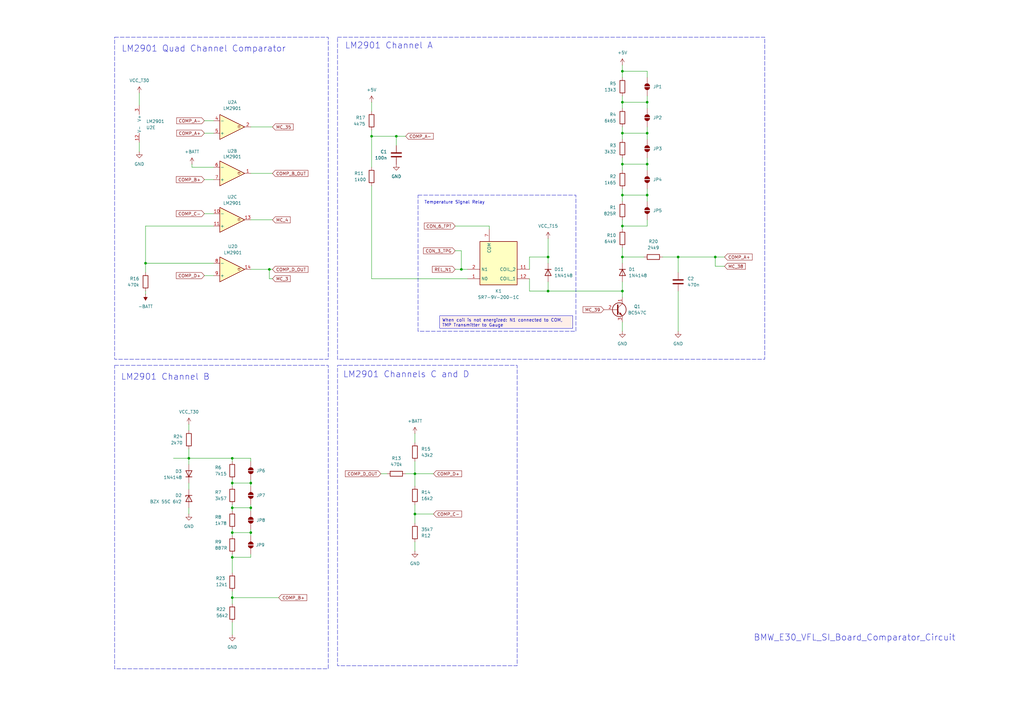
<source format=kicad_sch>
(kicad_sch
	(version 20231120)
	(generator "eeschema")
	(generator_version "8.0")
	(uuid "0cbb49f8-ddf6-4ce7-9126-563b950b0feb")
	(paper "A3")
	(title_block
		(title "BMW E30 Pre-Facelift SI Board")
		(date "2024-06-15")
		(rev "2")
	)
	(lib_symbols
		(symbol "Comparator:LM2901"
			(pin_names
				(offset 0.127)
			)
			(exclude_from_sim no)
			(in_bom yes)
			(on_board yes)
			(property "Reference" "U"
				(at 0 5.08 0)
				(effects
					(font
						(size 1.27 1.27)
					)
					(justify left)
				)
			)
			(property "Value" "LM2901"
				(at 0 -5.08 0)
				(effects
					(font
						(size 1.27 1.27)
					)
					(justify left)
				)
			)
			(property "Footprint" ""
				(at -1.27 2.54 0)
				(effects
					(font
						(size 1.27 1.27)
					)
					(hide yes)
				)
			)
			(property "Datasheet" "https://www.st.com/resource/en/datasheet/lm2901.pdf"
				(at 1.27 5.08 0)
				(effects
					(font
						(size 1.27 1.27)
					)
					(hide yes)
				)
			)
			(property "Description" "Quad Differential Comparators, DIP-14/SOIC-14/TSSOP-14"
				(at 0 0 0)
				(effects
					(font
						(size 1.27 1.27)
					)
					(hide yes)
				)
			)
			(property "ki_locked" ""
				(at 0 0 0)
				(effects
					(font
						(size 1.27 1.27)
					)
				)
			)
			(property "ki_keywords" "cmp open collector"
				(at 0 0 0)
				(effects
					(font
						(size 1.27 1.27)
					)
					(hide yes)
				)
			)
			(property "ki_fp_filters" "SOIC*3.9x8.7mm*P1.27mm* DIP*W7.62mm* TSSOP*4.4x5mm*P0.65mm*"
				(at 0 0 0)
				(effects
					(font
						(size 1.27 1.27)
					)
					(hide yes)
				)
			)
			(symbol "LM2901_1_1"
				(polyline
					(pts
						(xy -5.08 5.08) (xy 5.08 0) (xy -5.08 -5.08) (xy -5.08 5.08)
					)
					(stroke
						(width 0.254)
						(type default)
					)
					(fill
						(type background)
					)
				)
				(polyline
					(pts
						(xy 3.302 -0.508) (xy 2.794 -0.508) (xy 3.302 0) (xy 2.794 0.508) (xy 2.286 0) (xy 2.794 -0.508)
						(xy 2.286 -0.508)
					)
					(stroke
						(width 0.127)
						(type default)
					)
					(fill
						(type none)
					)
				)
				(pin open_collector line
					(at 7.62 0 180)
					(length 2.54)
					(name "~"
						(effects
							(font
								(size 1.27 1.27)
							)
						)
					)
					(number "2"
						(effects
							(font
								(size 1.27 1.27)
							)
						)
					)
				)
				(pin input line
					(at -7.62 -2.54 0)
					(length 2.54)
					(name "-"
						(effects
							(font
								(size 1.27 1.27)
							)
						)
					)
					(number "4"
						(effects
							(font
								(size 1.27 1.27)
							)
						)
					)
				)
				(pin input line
					(at -7.62 2.54 0)
					(length 2.54)
					(name "+"
						(effects
							(font
								(size 1.27 1.27)
							)
						)
					)
					(number "5"
						(effects
							(font
								(size 1.27 1.27)
							)
						)
					)
				)
			)
			(symbol "LM2901_2_1"
				(polyline
					(pts
						(xy -5.08 5.08) (xy 5.08 0) (xy -5.08 -5.08) (xy -5.08 5.08)
					)
					(stroke
						(width 0.254)
						(type default)
					)
					(fill
						(type background)
					)
				)
				(polyline
					(pts
						(xy 3.302 -0.508) (xy 2.794 -0.508) (xy 3.302 0) (xy 2.794 0.508) (xy 2.286 0) (xy 2.794 -0.508)
						(xy 2.286 -0.508)
					)
					(stroke
						(width 0.127)
						(type default)
					)
					(fill
						(type none)
					)
				)
				(pin open_collector line
					(at 7.62 0 180)
					(length 2.54)
					(name "~"
						(effects
							(font
								(size 1.27 1.27)
							)
						)
					)
					(number "1"
						(effects
							(font
								(size 1.27 1.27)
							)
						)
					)
				)
				(pin input line
					(at -7.62 -2.54 0)
					(length 2.54)
					(name "-"
						(effects
							(font
								(size 1.27 1.27)
							)
						)
					)
					(number "6"
						(effects
							(font
								(size 1.27 1.27)
							)
						)
					)
				)
				(pin input line
					(at -7.62 2.54 0)
					(length 2.54)
					(name "+"
						(effects
							(font
								(size 1.27 1.27)
							)
						)
					)
					(number "7"
						(effects
							(font
								(size 1.27 1.27)
							)
						)
					)
				)
			)
			(symbol "LM2901_3_1"
				(polyline
					(pts
						(xy -5.08 5.08) (xy 5.08 0) (xy -5.08 -5.08) (xy -5.08 5.08)
					)
					(stroke
						(width 0.254)
						(type default)
					)
					(fill
						(type background)
					)
				)
				(polyline
					(pts
						(xy 3.302 -0.508) (xy 2.794 -0.508) (xy 3.302 0) (xy 2.794 0.508) (xy 2.286 0) (xy 2.794 -0.508)
						(xy 2.286 -0.508)
					)
					(stroke
						(width 0.127)
						(type default)
					)
					(fill
						(type none)
					)
				)
				(pin input line
					(at -7.62 -2.54 0)
					(length 2.54)
					(name "-"
						(effects
							(font
								(size 1.27 1.27)
							)
						)
					)
					(number "10"
						(effects
							(font
								(size 1.27 1.27)
							)
						)
					)
				)
				(pin input line
					(at -7.62 2.54 0)
					(length 2.54)
					(name "+"
						(effects
							(font
								(size 1.27 1.27)
							)
						)
					)
					(number "11"
						(effects
							(font
								(size 1.27 1.27)
							)
						)
					)
				)
				(pin open_collector line
					(at 7.62 0 180)
					(length 2.54)
					(name "~"
						(effects
							(font
								(size 1.27 1.27)
							)
						)
					)
					(number "13"
						(effects
							(font
								(size 1.27 1.27)
							)
						)
					)
				)
			)
			(symbol "LM2901_4_1"
				(polyline
					(pts
						(xy -5.08 5.08) (xy 5.08 0) (xy -5.08 -5.08) (xy -5.08 5.08)
					)
					(stroke
						(width 0.254)
						(type default)
					)
					(fill
						(type background)
					)
				)
				(polyline
					(pts
						(xy 3.302 -0.508) (xy 2.794 -0.508) (xy 3.302 0) (xy 2.794 0.508) (xy 2.286 0) (xy 2.794 -0.508)
						(xy 2.286 -0.508)
					)
					(stroke
						(width 0.127)
						(type default)
					)
					(fill
						(type none)
					)
				)
				(pin open_collector line
					(at 7.62 0 180)
					(length 2.54)
					(name "~"
						(effects
							(font
								(size 1.27 1.27)
							)
						)
					)
					(number "14"
						(effects
							(font
								(size 1.27 1.27)
							)
						)
					)
				)
				(pin input line
					(at -7.62 -2.54 0)
					(length 2.54)
					(name "-"
						(effects
							(font
								(size 1.27 1.27)
							)
						)
					)
					(number "8"
						(effects
							(font
								(size 1.27 1.27)
							)
						)
					)
				)
				(pin input line
					(at -7.62 2.54 0)
					(length 2.54)
					(name "+"
						(effects
							(font
								(size 1.27 1.27)
							)
						)
					)
					(number "9"
						(effects
							(font
								(size 1.27 1.27)
							)
						)
					)
				)
			)
			(symbol "LM2901_5_1"
				(pin power_in line
					(at -2.54 -7.62 90)
					(length 3.81)
					(name "V-"
						(effects
							(font
								(size 1.27 1.27)
							)
						)
					)
					(number "12"
						(effects
							(font
								(size 1.27 1.27)
							)
						)
					)
				)
				(pin power_in line
					(at -2.54 7.62 270)
					(length 3.81)
					(name "V+"
						(effects
							(font
								(size 1.27 1.27)
							)
						)
					)
					(number "3"
						(effects
							(font
								(size 1.27 1.27)
							)
						)
					)
				)
			)
		)
		(symbol "Device:C"
			(pin_numbers hide)
			(pin_names
				(offset 0.254)
			)
			(exclude_from_sim no)
			(in_bom yes)
			(on_board yes)
			(property "Reference" "C"
				(at 0.635 2.54 0)
				(effects
					(font
						(size 1.27 1.27)
					)
					(justify left)
				)
			)
			(property "Value" "C"
				(at 0.635 -2.54 0)
				(effects
					(font
						(size 1.27 1.27)
					)
					(justify left)
				)
			)
			(property "Footprint" ""
				(at 0.9652 -3.81 0)
				(effects
					(font
						(size 1.27 1.27)
					)
					(hide yes)
				)
			)
			(property "Datasheet" "~"
				(at 0 0 0)
				(effects
					(font
						(size 1.27 1.27)
					)
					(hide yes)
				)
			)
			(property "Description" "Unpolarized capacitor"
				(at 0 0 0)
				(effects
					(font
						(size 1.27 1.27)
					)
					(hide yes)
				)
			)
			(property "ki_keywords" "cap capacitor"
				(at 0 0 0)
				(effects
					(font
						(size 1.27 1.27)
					)
					(hide yes)
				)
			)
			(property "ki_fp_filters" "C_*"
				(at 0 0 0)
				(effects
					(font
						(size 1.27 1.27)
					)
					(hide yes)
				)
			)
			(symbol "C_0_1"
				(polyline
					(pts
						(xy -2.032 -0.762) (xy 2.032 -0.762)
					)
					(stroke
						(width 0.508)
						(type default)
					)
					(fill
						(type none)
					)
				)
				(polyline
					(pts
						(xy -2.032 0.762) (xy 2.032 0.762)
					)
					(stroke
						(width 0.508)
						(type default)
					)
					(fill
						(type none)
					)
				)
			)
			(symbol "C_1_1"
				(pin passive line
					(at 0 3.81 270)
					(length 2.794)
					(name "~"
						(effects
							(font
								(size 1.27 1.27)
							)
						)
					)
					(number "1"
						(effects
							(font
								(size 1.27 1.27)
							)
						)
					)
				)
				(pin passive line
					(at 0 -3.81 90)
					(length 2.794)
					(name "~"
						(effects
							(font
								(size 1.27 1.27)
							)
						)
					)
					(number "2"
						(effects
							(font
								(size 1.27 1.27)
							)
						)
					)
				)
			)
		)
		(symbol "Device:D_Zener"
			(pin_numbers hide)
			(pin_names
				(offset 1.016) hide)
			(exclude_from_sim no)
			(in_bom yes)
			(on_board yes)
			(property "Reference" "D"
				(at 0 2.54 0)
				(effects
					(font
						(size 1.27 1.27)
					)
				)
			)
			(property "Value" "D_Zener"
				(at 0 -2.54 0)
				(effects
					(font
						(size 1.27 1.27)
					)
				)
			)
			(property "Footprint" ""
				(at 0 0 0)
				(effects
					(font
						(size 1.27 1.27)
					)
					(hide yes)
				)
			)
			(property "Datasheet" "~"
				(at 0 0 0)
				(effects
					(font
						(size 1.27 1.27)
					)
					(hide yes)
				)
			)
			(property "Description" "Zener diode"
				(at 0 0 0)
				(effects
					(font
						(size 1.27 1.27)
					)
					(hide yes)
				)
			)
			(property "ki_keywords" "diode"
				(at 0 0 0)
				(effects
					(font
						(size 1.27 1.27)
					)
					(hide yes)
				)
			)
			(property "ki_fp_filters" "TO-???* *_Diode_* *SingleDiode* D_*"
				(at 0 0 0)
				(effects
					(font
						(size 1.27 1.27)
					)
					(hide yes)
				)
			)
			(symbol "D_Zener_0_1"
				(polyline
					(pts
						(xy 1.27 0) (xy -1.27 0)
					)
					(stroke
						(width 0)
						(type default)
					)
					(fill
						(type none)
					)
				)
				(polyline
					(pts
						(xy -1.27 -1.27) (xy -1.27 1.27) (xy -0.762 1.27)
					)
					(stroke
						(width 0.254)
						(type default)
					)
					(fill
						(type none)
					)
				)
				(polyline
					(pts
						(xy 1.27 -1.27) (xy 1.27 1.27) (xy -1.27 0) (xy 1.27 -1.27)
					)
					(stroke
						(width 0.254)
						(type default)
					)
					(fill
						(type none)
					)
				)
			)
			(symbol "D_Zener_1_1"
				(pin passive line
					(at -3.81 0 0)
					(length 2.54)
					(name "K"
						(effects
							(font
								(size 1.27 1.27)
							)
						)
					)
					(number "1"
						(effects
							(font
								(size 1.27 1.27)
							)
						)
					)
				)
				(pin passive line
					(at 3.81 0 180)
					(length 2.54)
					(name "A"
						(effects
							(font
								(size 1.27 1.27)
							)
						)
					)
					(number "2"
						(effects
							(font
								(size 1.27 1.27)
							)
						)
					)
				)
			)
		)
		(symbol "Device:R"
			(pin_numbers hide)
			(pin_names
				(offset 0)
			)
			(exclude_from_sim no)
			(in_bom yes)
			(on_board yes)
			(property "Reference" "R"
				(at 2.032 0 90)
				(effects
					(font
						(size 1.27 1.27)
					)
				)
			)
			(property "Value" "R"
				(at 0 0 90)
				(effects
					(font
						(size 1.27 1.27)
					)
				)
			)
			(property "Footprint" ""
				(at -1.778 0 90)
				(effects
					(font
						(size 1.27 1.27)
					)
					(hide yes)
				)
			)
			(property "Datasheet" "~"
				(at 0 0 0)
				(effects
					(font
						(size 1.27 1.27)
					)
					(hide yes)
				)
			)
			(property "Description" "Resistor"
				(at 0 0 0)
				(effects
					(font
						(size 1.27 1.27)
					)
					(hide yes)
				)
			)
			(property "ki_keywords" "R res resistor"
				(at 0 0 0)
				(effects
					(font
						(size 1.27 1.27)
					)
					(hide yes)
				)
			)
			(property "ki_fp_filters" "R_*"
				(at 0 0 0)
				(effects
					(font
						(size 1.27 1.27)
					)
					(hide yes)
				)
			)
			(symbol "R_0_1"
				(rectangle
					(start -1.016 -2.54)
					(end 1.016 2.54)
					(stroke
						(width 0.254)
						(type default)
					)
					(fill
						(type none)
					)
				)
			)
			(symbol "R_1_1"
				(pin passive line
					(at 0 3.81 270)
					(length 1.27)
					(name "~"
						(effects
							(font
								(size 1.27 1.27)
							)
						)
					)
					(number "1"
						(effects
							(font
								(size 1.27 1.27)
							)
						)
					)
				)
				(pin passive line
					(at 0 -3.81 90)
					(length 1.27)
					(name "~"
						(effects
							(font
								(size 1.27 1.27)
							)
						)
					)
					(number "2"
						(effects
							(font
								(size 1.27 1.27)
							)
						)
					)
				)
			)
		)
		(symbol "Diode:1N4148"
			(pin_numbers hide)
			(pin_names hide)
			(exclude_from_sim no)
			(in_bom yes)
			(on_board yes)
			(property "Reference" "D"
				(at 0 2.54 0)
				(effects
					(font
						(size 1.27 1.27)
					)
				)
			)
			(property "Value" "1N4148"
				(at 0 -2.54 0)
				(effects
					(font
						(size 1.27 1.27)
					)
				)
			)
			(property "Footprint" "Diode_THT:D_DO-35_SOD27_P7.62mm_Horizontal"
				(at 0 0 0)
				(effects
					(font
						(size 1.27 1.27)
					)
					(hide yes)
				)
			)
			(property "Datasheet" "https://assets.nexperia.com/documents/data-sheet/1N4148_1N4448.pdf"
				(at 0 0 0)
				(effects
					(font
						(size 1.27 1.27)
					)
					(hide yes)
				)
			)
			(property "Description" "100V 0.15A standard switching diode, DO-35"
				(at 0 0 0)
				(effects
					(font
						(size 1.27 1.27)
					)
					(hide yes)
				)
			)
			(property "Sim.Device" "D"
				(at 0 0 0)
				(effects
					(font
						(size 1.27 1.27)
					)
					(hide yes)
				)
			)
			(property "Sim.Pins" "1=K 2=A"
				(at 0 0 0)
				(effects
					(font
						(size 1.27 1.27)
					)
					(hide yes)
				)
			)
			(property "ki_keywords" "diode"
				(at 0 0 0)
				(effects
					(font
						(size 1.27 1.27)
					)
					(hide yes)
				)
			)
			(property "ki_fp_filters" "D*DO?35*"
				(at 0 0 0)
				(effects
					(font
						(size 1.27 1.27)
					)
					(hide yes)
				)
			)
			(symbol "1N4148_0_1"
				(polyline
					(pts
						(xy -1.27 1.27) (xy -1.27 -1.27)
					)
					(stroke
						(width 0.254)
						(type default)
					)
					(fill
						(type none)
					)
				)
				(polyline
					(pts
						(xy 1.27 0) (xy -1.27 0)
					)
					(stroke
						(width 0)
						(type default)
					)
					(fill
						(type none)
					)
				)
				(polyline
					(pts
						(xy 1.27 1.27) (xy 1.27 -1.27) (xy -1.27 0) (xy 1.27 1.27)
					)
					(stroke
						(width 0.254)
						(type default)
					)
					(fill
						(type none)
					)
				)
			)
			(symbol "1N4148_1_1"
				(pin passive line
					(at -3.81 0 0)
					(length 2.54)
					(name "K"
						(effects
							(font
								(size 1.27 1.27)
							)
						)
					)
					(number "1"
						(effects
							(font
								(size 1.27 1.27)
							)
						)
					)
				)
				(pin passive line
					(at 3.81 0 180)
					(length 2.54)
					(name "A"
						(effects
							(font
								(size 1.27 1.27)
							)
						)
					)
					(number "2"
						(effects
							(font
								(size 1.27 1.27)
							)
						)
					)
				)
			)
		)
		(symbol "Jumper:SolderJumper_2_Open"
			(pin_numbers hide)
			(pin_names
				(offset 0) hide)
			(exclude_from_sim yes)
			(in_bom no)
			(on_board yes)
			(property "Reference" "JP"
				(at 0 2.032 0)
				(effects
					(font
						(size 1.27 1.27)
					)
				)
			)
			(property "Value" "SolderJumper_2_Open"
				(at 0 -2.54 0)
				(effects
					(font
						(size 1.27 1.27)
					)
				)
			)
			(property "Footprint" ""
				(at 0 0 0)
				(effects
					(font
						(size 1.27 1.27)
					)
					(hide yes)
				)
			)
			(property "Datasheet" "~"
				(at 0 0 0)
				(effects
					(font
						(size 1.27 1.27)
					)
					(hide yes)
				)
			)
			(property "Description" "Solder Jumper, 2-pole, open"
				(at 0 0 0)
				(effects
					(font
						(size 1.27 1.27)
					)
					(hide yes)
				)
			)
			(property "ki_keywords" "solder jumper SPST"
				(at 0 0 0)
				(effects
					(font
						(size 1.27 1.27)
					)
					(hide yes)
				)
			)
			(property "ki_fp_filters" "SolderJumper*Open*"
				(at 0 0 0)
				(effects
					(font
						(size 1.27 1.27)
					)
					(hide yes)
				)
			)
			(symbol "SolderJumper_2_Open_0_1"
				(arc
					(start -0.254 1.016)
					(mid -1.2656 0)
					(end -0.254 -1.016)
					(stroke
						(width 0)
						(type default)
					)
					(fill
						(type none)
					)
				)
				(arc
					(start -0.254 1.016)
					(mid -1.2656 0)
					(end -0.254 -1.016)
					(stroke
						(width 0)
						(type default)
					)
					(fill
						(type outline)
					)
				)
				(polyline
					(pts
						(xy -0.254 1.016) (xy -0.254 -1.016)
					)
					(stroke
						(width 0)
						(type default)
					)
					(fill
						(type none)
					)
				)
				(polyline
					(pts
						(xy 0.254 1.016) (xy 0.254 -1.016)
					)
					(stroke
						(width 0)
						(type default)
					)
					(fill
						(type none)
					)
				)
				(arc
					(start 0.254 -1.016)
					(mid 1.2656 0)
					(end 0.254 1.016)
					(stroke
						(width 0)
						(type default)
					)
					(fill
						(type none)
					)
				)
				(arc
					(start 0.254 -1.016)
					(mid 1.2656 0)
					(end 0.254 1.016)
					(stroke
						(width 0)
						(type default)
					)
					(fill
						(type outline)
					)
				)
			)
			(symbol "SolderJumper_2_Open_1_1"
				(pin passive line
					(at -3.81 0 0)
					(length 2.54)
					(name "A"
						(effects
							(font
								(size 1.27 1.27)
							)
						)
					)
					(number "1"
						(effects
							(font
								(size 1.27 1.27)
							)
						)
					)
				)
				(pin passive line
					(at 3.81 0 180)
					(length 2.54)
					(name "B"
						(effects
							(font
								(size 1.27 1.27)
							)
						)
					)
					(number "2"
						(effects
							(font
								(size 1.27 1.27)
							)
						)
					)
				)
			)
		)
		(symbol "My_custom_symbols:SR7-9V-200-1C"
			(exclude_from_sim no)
			(in_bom yes)
			(on_board yes)
			(property "Reference" "K1"
				(at 2.54 0 90)
				(effects
					(font
						(size 1.27 1.27)
					)
				)
			)
			(property "Value" "SR7-9V-200-1C"
				(at 0 0 90)
				(effects
					(font
						(size 1.27 1.27)
					)
				)
			)
			(property "Footprint" "Footprint_Library_Custom:SR79V2001C"
				(at 24.13 -94.92 0)
				(effects
					(font
						(size 1.27 1.27)
					)
					(justify left top)
					(hide yes)
				)
			)
			(property "Datasheet" "https://www.cuidevices.com/product/resource/sr7.pdf"
				(at 24.13 -194.92 0)
				(effects
					(font
						(size 1.27 1.27)
					)
					(justify left top)
					(hide yes)
				)
			)
			(property "Description" "Low Signal Relays - PCB 15.6 x 10.6 x 11.8 mm, 9 V, 1 A, SPDT (1 Form C), Signal Relay"
				(at 4.826 11.176 0)
				(effects
					(font
						(size 1.27 1.27)
					)
					(hide yes)
				)
			)
			(property "Height" "12.1"
				(at 24.13 -394.92 0)
				(effects
					(font
						(size 1.27 1.27)
					)
					(justify left top)
					(hide yes)
				)
			)
			(property "Mouser Part Number" "179-SR7-9V-200-1C"
				(at 24.13 -494.92 0)
				(effects
					(font
						(size 1.27 1.27)
					)
					(justify left top)
					(hide yes)
				)
			)
			(property "Mouser Price/Stock" "https://www.mouser.co.uk/ProductDetail/CUI-Devices/SR7-9V-200-1C?qs=4ASt3YYao0VEL%2FXohaEA9A%3D%3D"
				(at 24.13 -594.92 0)
				(effects
					(font
						(size 1.27 1.27)
					)
					(justify left top)
					(hide yes)
				)
			)
			(property "Manufacturer_Name" "CUI Devices"
				(at 24.13 -694.92 0)
				(effects
					(font
						(size 1.27 1.27)
					)
					(justify left top)
					(hide yes)
				)
			)
			(property "Manufacturer_Part_Number" "SR7-9V-200-1C"
				(at 24.13 -794.92 0)
				(effects
					(font
						(size 1.27 1.27)
					)
					(justify left top)
					(hide yes)
				)
			)
			(symbol "SR7-9V-200-1C_1_1"
				(rectangle
					(start 5.08 7.62)
					(end 22.86 -7.62)
					(stroke
						(width 0.254)
						(type default)
					)
					(fill
						(type background)
					)
				)
				(pin passive line
					(at 7.62 12.7 270)
					(length 5.08)
					(name "N0"
						(effects
							(font
								(size 1.27 1.27)
							)
						)
					)
					(number "1"
						(effects
							(font
								(size 1.27 1.27)
							)
						)
					)
				)
				(pin passive line
					(at 11.43 -12.7 90)
					(length 5.08)
					(name "COIL_2"
						(effects
							(font
								(size 1.27 1.27)
							)
						)
					)
					(number "11"
						(effects
							(font
								(size 1.27 1.27)
							)
						)
					)
				)
				(pin passive line
					(at 7.62 -12.7 90)
					(length 5.08)
					(name "COIL_1"
						(effects
							(font
								(size 1.27 1.27)
							)
						)
					)
					(number "12"
						(effects
							(font
								(size 1.27 1.27)
							)
						)
					)
				)
				(pin passive line
					(at 11.43 12.7 270)
					(length 5.08)
					(name "N1"
						(effects
							(font
								(size 1.27 1.27)
							)
						)
					)
					(number "2"
						(effects
							(font
								(size 1.27 1.27)
							)
						)
					)
				)
				(pin passive line
					(at 27.94 3.81 180)
					(length 5.08)
					(name "COM"
						(effects
							(font
								(size 1.27 1.27)
							)
						)
					)
					(number "7"
						(effects
							(font
								(size 1.27 1.27)
							)
						)
					)
				)
			)
		)
		(symbol "Transistor_BJT:BC547"
			(pin_names
				(offset 0) hide)
			(exclude_from_sim no)
			(in_bom yes)
			(on_board yes)
			(property "Reference" "Q"
				(at 5.08 1.905 0)
				(effects
					(font
						(size 1.27 1.27)
					)
					(justify left)
				)
			)
			(property "Value" "BC547"
				(at 5.08 0 0)
				(effects
					(font
						(size 1.27 1.27)
					)
					(justify left)
				)
			)
			(property "Footprint" "Package_TO_SOT_THT:TO-92_Inline"
				(at 5.08 -1.905 0)
				(effects
					(font
						(size 1.27 1.27)
						(italic yes)
					)
					(justify left)
					(hide yes)
				)
			)
			(property "Datasheet" "https://www.onsemi.com/pub/Collateral/BC550-D.pdf"
				(at 0 0 0)
				(effects
					(font
						(size 1.27 1.27)
					)
					(justify left)
					(hide yes)
				)
			)
			(property "Description" "0.1A Ic, 45V Vce, Small Signal NPN Transistor, TO-92"
				(at 0 0 0)
				(effects
					(font
						(size 1.27 1.27)
					)
					(hide yes)
				)
			)
			(property "ki_keywords" "NPN Transistor"
				(at 0 0 0)
				(effects
					(font
						(size 1.27 1.27)
					)
					(hide yes)
				)
			)
			(property "ki_fp_filters" "TO?92*"
				(at 0 0 0)
				(effects
					(font
						(size 1.27 1.27)
					)
					(hide yes)
				)
			)
			(symbol "BC547_0_1"
				(polyline
					(pts
						(xy 0 0) (xy 0.635 0)
					)
					(stroke
						(width 0)
						(type default)
					)
					(fill
						(type none)
					)
				)
				(polyline
					(pts
						(xy 0.635 0.635) (xy 2.54 2.54)
					)
					(stroke
						(width 0)
						(type default)
					)
					(fill
						(type none)
					)
				)
				(polyline
					(pts
						(xy 0.635 -0.635) (xy 2.54 -2.54) (xy 2.54 -2.54)
					)
					(stroke
						(width 0)
						(type default)
					)
					(fill
						(type none)
					)
				)
				(polyline
					(pts
						(xy 0.635 1.905) (xy 0.635 -1.905) (xy 0.635 -1.905)
					)
					(stroke
						(width 0.508)
						(type default)
					)
					(fill
						(type none)
					)
				)
				(polyline
					(pts
						(xy 1.27 -1.778) (xy 1.778 -1.27) (xy 2.286 -2.286) (xy 1.27 -1.778) (xy 1.27 -1.778)
					)
					(stroke
						(width 0)
						(type default)
					)
					(fill
						(type outline)
					)
				)
				(circle
					(center 1.27 0)
					(radius 2.8194)
					(stroke
						(width 0.254)
						(type default)
					)
					(fill
						(type none)
					)
				)
			)
			(symbol "BC547_1_1"
				(pin passive line
					(at 2.54 5.08 270)
					(length 2.54)
					(name "C"
						(effects
							(font
								(size 1.27 1.27)
							)
						)
					)
					(number "1"
						(effects
							(font
								(size 1.27 1.27)
							)
						)
					)
				)
				(pin input line
					(at -5.08 0 0)
					(length 5.08)
					(name "B"
						(effects
							(font
								(size 1.27 1.27)
							)
						)
					)
					(number "2"
						(effects
							(font
								(size 1.27 1.27)
							)
						)
					)
				)
				(pin passive line
					(at 2.54 -5.08 90)
					(length 2.54)
					(name "E"
						(effects
							(font
								(size 1.27 1.27)
							)
						)
					)
					(number "3"
						(effects
							(font
								(size 1.27 1.27)
							)
						)
					)
				)
			)
		)
		(symbol "power:+5V"
			(power)
			(pin_numbers hide)
			(pin_names
				(offset 0) hide)
			(exclude_from_sim no)
			(in_bom yes)
			(on_board yes)
			(property "Reference" "#PWR"
				(at 0 -3.81 0)
				(effects
					(font
						(size 1.27 1.27)
					)
					(hide yes)
				)
			)
			(property "Value" "+5V"
				(at 0 3.556 0)
				(effects
					(font
						(size 1.27 1.27)
					)
				)
			)
			(property "Footprint" ""
				(at 0 0 0)
				(effects
					(font
						(size 1.27 1.27)
					)
					(hide yes)
				)
			)
			(property "Datasheet" ""
				(at 0 0 0)
				(effects
					(font
						(size 1.27 1.27)
					)
					(hide yes)
				)
			)
			(property "Description" "Power symbol creates a global label with name \"+5V\""
				(at 0 0 0)
				(effects
					(font
						(size 1.27 1.27)
					)
					(hide yes)
				)
			)
			(property "ki_keywords" "global power"
				(at 0 0 0)
				(effects
					(font
						(size 1.27 1.27)
					)
					(hide yes)
				)
			)
			(symbol "+5V_0_1"
				(polyline
					(pts
						(xy -0.762 1.27) (xy 0 2.54)
					)
					(stroke
						(width 0)
						(type default)
					)
					(fill
						(type none)
					)
				)
				(polyline
					(pts
						(xy 0 0) (xy 0 2.54)
					)
					(stroke
						(width 0)
						(type default)
					)
					(fill
						(type none)
					)
				)
				(polyline
					(pts
						(xy 0 2.54) (xy 0.762 1.27)
					)
					(stroke
						(width 0)
						(type default)
					)
					(fill
						(type none)
					)
				)
			)
			(symbol "+5V_1_1"
				(pin power_in line
					(at 0 0 90)
					(length 0)
					(name "~"
						(effects
							(font
								(size 1.27 1.27)
							)
						)
					)
					(number "1"
						(effects
							(font
								(size 1.27 1.27)
							)
						)
					)
				)
			)
		)
		(symbol "power:+BATT"
			(power)
			(pin_numbers hide)
			(pin_names
				(offset 0) hide)
			(exclude_from_sim no)
			(in_bom yes)
			(on_board yes)
			(property "Reference" "#PWR"
				(at 0 -3.81 0)
				(effects
					(font
						(size 1.27 1.27)
					)
					(hide yes)
				)
			)
			(property "Value" "+BATT"
				(at 0 3.556 0)
				(effects
					(font
						(size 1.27 1.27)
					)
				)
			)
			(property "Footprint" ""
				(at 0 0 0)
				(effects
					(font
						(size 1.27 1.27)
					)
					(hide yes)
				)
			)
			(property "Datasheet" ""
				(at 0 0 0)
				(effects
					(font
						(size 1.27 1.27)
					)
					(hide yes)
				)
			)
			(property "Description" "Power symbol creates a global label with name \"+BATT\""
				(at 0 0 0)
				(effects
					(font
						(size 1.27 1.27)
					)
					(hide yes)
				)
			)
			(property "ki_keywords" "global power battery"
				(at 0 0 0)
				(effects
					(font
						(size 1.27 1.27)
					)
					(hide yes)
				)
			)
			(symbol "+BATT_0_1"
				(polyline
					(pts
						(xy -0.762 1.27) (xy 0 2.54)
					)
					(stroke
						(width 0)
						(type default)
					)
					(fill
						(type none)
					)
				)
				(polyline
					(pts
						(xy 0 0) (xy 0 2.54)
					)
					(stroke
						(width 0)
						(type default)
					)
					(fill
						(type none)
					)
				)
				(polyline
					(pts
						(xy 0 2.54) (xy 0.762 1.27)
					)
					(stroke
						(width 0)
						(type default)
					)
					(fill
						(type none)
					)
				)
			)
			(symbol "+BATT_1_1"
				(pin power_in line
					(at 0 0 90)
					(length 0)
					(name "~"
						(effects
							(font
								(size 1.27 1.27)
							)
						)
					)
					(number "1"
						(effects
							(font
								(size 1.27 1.27)
							)
						)
					)
				)
			)
		)
		(symbol "power:-BATT"
			(power)
			(pin_numbers hide)
			(pin_names
				(offset 0) hide)
			(exclude_from_sim no)
			(in_bom yes)
			(on_board yes)
			(property "Reference" "#PWR"
				(at 0 -3.81 0)
				(effects
					(font
						(size 1.27 1.27)
					)
					(hide yes)
				)
			)
			(property "Value" "-BATT"
				(at 0 3.556 0)
				(effects
					(font
						(size 1.27 1.27)
					)
				)
			)
			(property "Footprint" ""
				(at 0 0 0)
				(effects
					(font
						(size 1.27 1.27)
					)
					(hide yes)
				)
			)
			(property "Datasheet" ""
				(at 0 0 0)
				(effects
					(font
						(size 1.27 1.27)
					)
					(hide yes)
				)
			)
			(property "Description" "Power symbol creates a global label with name \"-BATT\""
				(at 0 0 0)
				(effects
					(font
						(size 1.27 1.27)
					)
					(hide yes)
				)
			)
			(property "ki_keywords" "global power battery"
				(at 0 0 0)
				(effects
					(font
						(size 1.27 1.27)
					)
					(hide yes)
				)
			)
			(symbol "-BATT_0_1"
				(polyline
					(pts
						(xy 0 0) (xy 0 2.54)
					)
					(stroke
						(width 0)
						(type default)
					)
					(fill
						(type none)
					)
				)
				(polyline
					(pts
						(xy 0.762 1.27) (xy -0.762 1.27) (xy 0 2.54) (xy 0.762 1.27)
					)
					(stroke
						(width 0)
						(type default)
					)
					(fill
						(type outline)
					)
				)
			)
			(symbol "-BATT_1_1"
				(pin power_in line
					(at 0 0 90)
					(length 0)
					(name "~"
						(effects
							(font
								(size 1.27 1.27)
							)
						)
					)
					(number "1"
						(effects
							(font
								(size 1.27 1.27)
							)
						)
					)
				)
			)
		)
		(symbol "power:GND"
			(power)
			(pin_numbers hide)
			(pin_names
				(offset 0) hide)
			(exclude_from_sim no)
			(in_bom yes)
			(on_board yes)
			(property "Reference" "#PWR"
				(at 0 -6.35 0)
				(effects
					(font
						(size 1.27 1.27)
					)
					(hide yes)
				)
			)
			(property "Value" "GND"
				(at 0 -3.81 0)
				(effects
					(font
						(size 1.27 1.27)
					)
				)
			)
			(property "Footprint" ""
				(at 0 0 0)
				(effects
					(font
						(size 1.27 1.27)
					)
					(hide yes)
				)
			)
			(property "Datasheet" ""
				(at 0 0 0)
				(effects
					(font
						(size 1.27 1.27)
					)
					(hide yes)
				)
			)
			(property "Description" "Power symbol creates a global label with name \"GND\" , ground"
				(at 0 0 0)
				(effects
					(font
						(size 1.27 1.27)
					)
					(hide yes)
				)
			)
			(property "ki_keywords" "global power"
				(at 0 0 0)
				(effects
					(font
						(size 1.27 1.27)
					)
					(hide yes)
				)
			)
			(symbol "GND_0_1"
				(polyline
					(pts
						(xy 0 0) (xy 0 -1.27) (xy 1.27 -1.27) (xy 0 -2.54) (xy -1.27 -1.27) (xy 0 -1.27)
					)
					(stroke
						(width 0)
						(type default)
					)
					(fill
						(type none)
					)
				)
			)
			(symbol "GND_1_1"
				(pin power_in line
					(at 0 0 270)
					(length 0)
					(name "~"
						(effects
							(font
								(size 1.27 1.27)
							)
						)
					)
					(number "1"
						(effects
							(font
								(size 1.27 1.27)
							)
						)
					)
				)
			)
		)
		(symbol "power:VCC"
			(power)
			(pin_numbers hide)
			(pin_names
				(offset 0) hide)
			(exclude_from_sim no)
			(in_bom yes)
			(on_board yes)
			(property "Reference" "#PWR"
				(at 0 -3.81 0)
				(effects
					(font
						(size 1.27 1.27)
					)
					(hide yes)
				)
			)
			(property "Value" "VCC"
				(at 0 3.556 0)
				(effects
					(font
						(size 1.27 1.27)
					)
				)
			)
			(property "Footprint" ""
				(at 0 0 0)
				(effects
					(font
						(size 1.27 1.27)
					)
					(hide yes)
				)
			)
			(property "Datasheet" ""
				(at 0 0 0)
				(effects
					(font
						(size 1.27 1.27)
					)
					(hide yes)
				)
			)
			(property "Description" "Power symbol creates a global label with name \"VCC\""
				(at 0 0 0)
				(effects
					(font
						(size 1.27 1.27)
					)
					(hide yes)
				)
			)
			(property "ki_keywords" "global power"
				(at 0 0 0)
				(effects
					(font
						(size 1.27 1.27)
					)
					(hide yes)
				)
			)
			(symbol "VCC_0_1"
				(polyline
					(pts
						(xy -0.762 1.27) (xy 0 2.54)
					)
					(stroke
						(width 0)
						(type default)
					)
					(fill
						(type none)
					)
				)
				(polyline
					(pts
						(xy 0 0) (xy 0 2.54)
					)
					(stroke
						(width 0)
						(type default)
					)
					(fill
						(type none)
					)
				)
				(polyline
					(pts
						(xy 0 2.54) (xy 0.762 1.27)
					)
					(stroke
						(width 0)
						(type default)
					)
					(fill
						(type none)
					)
				)
			)
			(symbol "VCC_1_1"
				(pin power_in line
					(at 0 0 90)
					(length 0)
					(name "~"
						(effects
							(font
								(size 1.27 1.27)
							)
						)
					)
					(number "1"
						(effects
							(font
								(size 1.27 1.27)
							)
						)
					)
				)
			)
		)
	)
	(junction
		(at 265.43 67.31)
		(diameter 0)
		(color 0 0 0 0)
		(uuid "0aec29d8-f3bd-4976-a728-530c8545a35b")
	)
	(junction
		(at 265.43 54.61)
		(diameter 0)
		(color 0 0 0 0)
		(uuid "21d543e8-11b5-4612-93a8-50308d541db5")
	)
	(junction
		(at 95.25 228.6)
		(diameter 0)
		(color 0 0 0 0)
		(uuid "22bd9e93-9b80-41c8-b1d2-06a39b9ffbd2")
	)
	(junction
		(at 170.18 210.82)
		(diameter 0)
		(color 0 0 0 0)
		(uuid "2670bb1f-b557-4724-88f7-725dc2243a08")
	)
	(junction
		(at 265.43 80.01)
		(diameter 0)
		(color 0 0 0 0)
		(uuid "281c2720-39ec-4b17-a007-3bc1e5fd8bf9")
	)
	(junction
		(at 255.27 80.01)
		(diameter 0)
		(color 0 0 0 0)
		(uuid "2bdbd29a-8007-4f84-8629-964294cb452d")
	)
	(junction
		(at 95.25 245.11)
		(diameter 0)
		(color 0 0 0 0)
		(uuid "2dc22fe6-5ce7-4aa4-9ad5-7a1b22935411")
	)
	(junction
		(at 102.87 208.28)
		(diameter 0)
		(color 0 0 0 0)
		(uuid "347a9c97-e224-4ab2-a2a7-8955e8974484")
	)
	(junction
		(at 224.79 119.38)
		(diameter 0)
		(color 0 0 0 0)
		(uuid "397bcbfb-b786-4fe9-acce-2327b8bc6db8")
	)
	(junction
		(at 95.25 208.28)
		(diameter 0)
		(color 0 0 0 0)
		(uuid "3a9bbe4c-958d-4efa-8dab-6f4438e973e9")
	)
	(junction
		(at 255.27 67.31)
		(diameter 0)
		(color 0 0 0 0)
		(uuid "4496239a-e757-4f6f-bb1a-6bd8bb9fe506")
	)
	(junction
		(at 255.27 92.71)
		(diameter 0)
		(color 0 0 0 0)
		(uuid "4f1d3627-af43-4063-bd45-ed0c15a0a241")
	)
	(junction
		(at 152.4 55.88)
		(diameter 0)
		(color 0 0 0 0)
		(uuid "53789a37-c558-4d0d-8692-61d17bfd442d")
	)
	(junction
		(at 110.49 110.49)
		(diameter 0)
		(color 0 0 0 0)
		(uuid "53f61bed-8071-4de8-b2bb-15a96fd093df")
	)
	(junction
		(at 278.13 105.41)
		(diameter 0)
		(color 0 0 0 0)
		(uuid "5ae5bae7-1b03-48c1-a2f3-ca90304fe752")
	)
	(junction
		(at 293.37 105.41)
		(diameter 0)
		(color 0 0 0 0)
		(uuid "5e9a6156-69a7-4fdd-8d6d-88e5d1af31a0")
	)
	(junction
		(at 95.25 198.12)
		(diameter 0)
		(color 0 0 0 0)
		(uuid "6b080172-470b-4aa0-83ec-08d2707ab05f")
	)
	(junction
		(at 102.87 198.12)
		(diameter 0)
		(color 0 0 0 0)
		(uuid "78047789-9e72-4006-b3a7-1061ff8022b1")
	)
	(junction
		(at 95.25 218.44)
		(diameter 0)
		(color 0 0 0 0)
		(uuid "7a3fd151-7350-47b7-8347-a40150797a5d")
	)
	(junction
		(at 255.27 41.91)
		(diameter 0)
		(color 0 0 0 0)
		(uuid "7bdf9347-c923-4531-a9a1-6f0d804b3a0c")
	)
	(junction
		(at 255.27 54.61)
		(diameter 0)
		(color 0 0 0 0)
		(uuid "80be96c1-5a27-42c2-941e-1582d1ea453d")
	)
	(junction
		(at 255.27 105.41)
		(diameter 0)
		(color 0 0 0 0)
		(uuid "843654d5-dbc8-497c-9f27-7b2f9b7c6f9e")
	)
	(junction
		(at 59.69 107.95)
		(diameter 0)
		(color 0 0 0 0)
		(uuid "8593051d-1ac7-4a6c-ba74-f955bd2055b3")
	)
	(junction
		(at 170.18 194.31)
		(diameter 0)
		(color 0 0 0 0)
		(uuid "8dadc1ec-370b-4ca1-911e-9cef515398e1")
	)
	(junction
		(at 162.56 55.88)
		(diameter 0)
		(color 0 0 0 0)
		(uuid "9e41b9ef-3388-4670-9afe-b640b789c9b9")
	)
	(junction
		(at 255.27 29.21)
		(diameter 0)
		(color 0 0 0 0)
		(uuid "a03f45b2-874d-44e7-a870-b7df34c267fc")
	)
	(junction
		(at 102.87 218.44)
		(diameter 0)
		(color 0 0 0 0)
		(uuid "d8fced7f-ab01-4108-8416-a281daecd1d0")
	)
	(junction
		(at 189.23 110.49)
		(diameter 0)
		(color 0 0 0 0)
		(uuid "dba18cb9-f0a5-4a7c-8510-a64740c8e429")
	)
	(junction
		(at 77.47 187.96)
		(diameter 0)
		(color 0 0 0 0)
		(uuid "e4ac389d-83e3-4f90-998c-0023c6e71a23")
	)
	(junction
		(at 265.43 41.91)
		(diameter 0)
		(color 0 0 0 0)
		(uuid "e80898e9-0a2c-43c8-bde5-5c3c47f2bb93")
	)
	(junction
		(at 255.27 119.38)
		(diameter 0)
		(color 0 0 0 0)
		(uuid "e9351d22-605c-41e1-bd18-c9111c8dc1b8")
	)
	(junction
		(at 224.79 105.41)
		(diameter 0)
		(color 0 0 0 0)
		(uuid "efb8c242-988a-4046-bc65-8f56570a15b4")
	)
	(junction
		(at 95.25 187.96)
		(diameter 0)
		(color 0 0 0 0)
		(uuid "f9c20eb6-d175-4ce9-8887-2befb7dd7526")
	)
	(wire
		(pts
			(xy 255.27 119.38) (xy 255.27 121.92)
		)
		(stroke
			(width 0)
			(type default)
		)
		(uuid "031132ba-778d-44fa-b0dd-151e3de89841")
	)
	(wire
		(pts
			(xy 59.69 111.76) (xy 59.69 107.95)
		)
		(stroke
			(width 0)
			(type default)
		)
		(uuid "04cd184b-81ab-4fdd-a501-3ae19b8c61ba")
	)
	(wire
		(pts
			(xy 255.27 92.71) (xy 255.27 93.98)
		)
		(stroke
			(width 0)
			(type default)
		)
		(uuid "06d9a810-8695-4643-9bc8-34d53c550dff")
	)
	(wire
		(pts
			(xy 278.13 105.41) (xy 278.13 111.76)
		)
		(stroke
			(width 0)
			(type default)
		)
		(uuid "08f1eab0-8541-4806-ab0e-eed71d06c50f")
	)
	(wire
		(pts
			(xy 293.37 109.22) (xy 297.18 109.22)
		)
		(stroke
			(width 0)
			(type default)
		)
		(uuid "0ab178d3-692a-429e-995f-f5c5669e8f2c")
	)
	(wire
		(pts
			(xy 87.63 54.61) (xy 83.82 54.61)
		)
		(stroke
			(width 0)
			(type default)
		)
		(uuid "0b203a6d-9faa-42b9-bc35-6e5e39fae8cd")
	)
	(wire
		(pts
			(xy 57.15 62.23) (xy 57.15 58.42)
		)
		(stroke
			(width 0)
			(type default)
		)
		(uuid "0fa56200-a6d9-4322-864b-8b47af01bd1b")
	)
	(wire
		(pts
			(xy 59.69 120.65) (xy 59.69 119.38)
		)
		(stroke
			(width 0)
			(type default)
		)
		(uuid "1046cfa6-12b7-404d-8843-39b76838c175")
	)
	(wire
		(pts
			(xy 152.4 53.34) (xy 152.4 55.88)
		)
		(stroke
			(width 0)
			(type default)
		)
		(uuid "116568f8-1223-4f96-86f3-58e0d2df9143")
	)
	(wire
		(pts
			(xy 152.4 41.91) (xy 152.4 45.72)
		)
		(stroke
			(width 0)
			(type default)
		)
		(uuid "11988cc1-5d57-4467-8ebd-5deb2b75494e")
	)
	(wire
		(pts
			(xy 265.43 77.47) (xy 265.43 80.01)
		)
		(stroke
			(width 0)
			(type default)
		)
		(uuid "148ed391-135a-4562-b4ac-1a0fc2b66c66")
	)
	(wire
		(pts
			(xy 95.25 245.11) (xy 114.3 245.11)
		)
		(stroke
			(width 0)
			(type default)
		)
		(uuid "1c0c8806-7b7e-40e4-a8a1-cd4fd47451da")
	)
	(wire
		(pts
			(xy 102.87 218.44) (xy 95.25 218.44)
		)
		(stroke
			(width 0)
			(type default)
		)
		(uuid "1fa2c4ca-62fd-4ce4-8b33-2b858bbe577d")
	)
	(wire
		(pts
			(xy 189.23 102.87) (xy 189.23 110.49)
		)
		(stroke
			(width 0)
			(type default)
		)
		(uuid "22e32238-cb95-4fad-b3d5-27b0f198f795")
	)
	(wire
		(pts
			(xy 255.27 44.45) (xy 255.27 41.91)
		)
		(stroke
			(width 0)
			(type default)
		)
		(uuid "2442a3c7-471b-4663-ab52-105be2942541")
	)
	(wire
		(pts
			(xy 200.66 92.71) (xy 200.66 93.98)
		)
		(stroke
			(width 0)
			(type default)
		)
		(uuid "2c16cd03-d683-43d5-af8b-f7fa19d329cc")
	)
	(wire
		(pts
			(xy 271.78 105.41) (xy 278.13 105.41)
		)
		(stroke
			(width 0)
			(type default)
		)
		(uuid "2cf167a4-b80e-4c80-bc11-df152fa20604")
	)
	(wire
		(pts
			(xy 102.87 90.17) (xy 111.76 90.17)
		)
		(stroke
			(width 0)
			(type default)
		)
		(uuid "302bfc79-f2e6-484a-9662-622b3c2f0752")
	)
	(wire
		(pts
			(xy 278.13 119.38) (xy 278.13 135.89)
		)
		(stroke
			(width 0)
			(type default)
		)
		(uuid "309573bb-6417-4f74-8584-804e65e2b919")
	)
	(wire
		(pts
			(xy 265.43 80.01) (xy 265.43 82.55)
		)
		(stroke
			(width 0)
			(type default)
		)
		(uuid "30b0b27d-5b3a-4a06-b04a-44edca6964f6")
	)
	(wire
		(pts
			(xy 255.27 39.37) (xy 255.27 41.91)
		)
		(stroke
			(width 0)
			(type default)
		)
		(uuid "30e6f523-7813-4eb7-a218-3405df659574")
	)
	(wire
		(pts
			(xy 102.87 198.12) (xy 102.87 196.85)
		)
		(stroke
			(width 0)
			(type default)
		)
		(uuid "32a598aa-053b-463d-ba12-900ca2680eb4")
	)
	(wire
		(pts
			(xy 110.49 110.49) (xy 102.87 110.49)
		)
		(stroke
			(width 0)
			(type default)
		)
		(uuid "375bd247-7b3a-41a7-b5a3-8eb9b77c731d")
	)
	(wire
		(pts
			(xy 265.43 31.75) (xy 265.43 29.21)
		)
		(stroke
			(width 0)
			(type default)
		)
		(uuid "3a4ac41b-3332-4cbb-bc4a-33bf4ff67ba4")
	)
	(wire
		(pts
			(xy 95.25 196.85) (xy 95.25 198.12)
		)
		(stroke
			(width 0)
			(type default)
		)
		(uuid "3ba6dac2-22ff-4ec6-9d0a-4c0ec8221d44")
	)
	(wire
		(pts
			(xy 59.69 107.95) (xy 87.63 107.95)
		)
		(stroke
			(width 0)
			(type default)
		)
		(uuid "3c29a961-443b-4e48-a4f9-5dc90d0ea182")
	)
	(wire
		(pts
			(xy 224.79 105.41) (xy 224.79 107.95)
		)
		(stroke
			(width 0)
			(type default)
		)
		(uuid "3e5f1150-2cfc-49d2-8066-acda277a5dda")
	)
	(wire
		(pts
			(xy 265.43 67.31) (xy 265.43 69.85)
		)
		(stroke
			(width 0)
			(type default)
		)
		(uuid "3f941c55-ce5b-4cfa-81a3-b7a9373bd984")
	)
	(wire
		(pts
			(xy 255.27 77.47) (xy 255.27 80.01)
		)
		(stroke
			(width 0)
			(type default)
		)
		(uuid "41c87fb8-b231-448c-9566-b7813471b5ca")
	)
	(wire
		(pts
			(xy 95.25 208.28) (xy 95.25 207.01)
		)
		(stroke
			(width 0)
			(type default)
		)
		(uuid "453adcdf-db02-40be-b6cd-23a8c2f27a51")
	)
	(wire
		(pts
			(xy 255.27 64.77) (xy 255.27 67.31)
		)
		(stroke
			(width 0)
			(type default)
		)
		(uuid "460ab0dc-dee5-4329-8cb4-5ca6c970df6f")
	)
	(wire
		(pts
			(xy 170.18 177.8) (xy 170.18 181.61)
		)
		(stroke
			(width 0)
			(type default)
		)
		(uuid "4a28e4fd-0e67-4033-a380-0001dd64b167")
	)
	(wire
		(pts
			(xy 217.17 105.41) (xy 217.17 110.49)
		)
		(stroke
			(width 0)
			(type default)
		)
		(uuid "4ab10fa9-6ac2-4fbe-95e1-40cb4b96e750")
	)
	(wire
		(pts
			(xy 217.17 114.3) (xy 217.17 119.38)
		)
		(stroke
			(width 0)
			(type default)
		)
		(uuid "4dcb4b1f-ff5f-44b4-abf1-b1c6f0e29ea5")
	)
	(wire
		(pts
			(xy 255.27 80.01) (xy 255.27 82.55)
		)
		(stroke
			(width 0)
			(type default)
		)
		(uuid "4ed3ea23-28b5-4b93-aa34-512eee411b35")
	)
	(wire
		(pts
			(xy 265.43 64.77) (xy 265.43 67.31)
		)
		(stroke
			(width 0)
			(type default)
		)
		(uuid "5532170b-f7ef-4503-82e1-f09dc7ec90e7")
	)
	(wire
		(pts
			(xy 162.56 55.88) (xy 162.56 59.69)
		)
		(stroke
			(width 0)
			(type default)
		)
		(uuid "567bb0b8-b193-4817-8646-0eff6baeb87b")
	)
	(wire
		(pts
			(xy 102.87 71.12) (xy 111.76 71.12)
		)
		(stroke
			(width 0)
			(type default)
		)
		(uuid "57252063-e826-4de6-b248-026935d7ca52")
	)
	(wire
		(pts
			(xy 224.79 115.57) (xy 224.79 119.38)
		)
		(stroke
			(width 0)
			(type default)
		)
		(uuid "5a6bae16-15b8-4fb4-b5b1-e007101385b9")
	)
	(wire
		(pts
			(xy 255.27 57.15) (xy 255.27 54.61)
		)
		(stroke
			(width 0)
			(type default)
		)
		(uuid "5bbead46-5280-4a66-840f-aa9143b05f5f")
	)
	(wire
		(pts
			(xy 217.17 105.41) (xy 224.79 105.41)
		)
		(stroke
			(width 0)
			(type default)
		)
		(uuid "5c6731ef-6562-4251-b2a4-6e62dcca0ba5")
	)
	(wire
		(pts
			(xy 102.87 217.17) (xy 102.87 218.44)
		)
		(stroke
			(width 0)
			(type default)
		)
		(uuid "5ecacd81-28ae-4f59-b83a-ad0bd84dec3b")
	)
	(wire
		(pts
			(xy 278.13 105.41) (xy 293.37 105.41)
		)
		(stroke
			(width 0)
			(type default)
		)
		(uuid "5f3ef210-b5f9-4d59-8ae1-143d35ed7f19")
	)
	(wire
		(pts
			(xy 265.43 54.61) (xy 255.27 54.61)
		)
		(stroke
			(width 0)
			(type default)
		)
		(uuid "5fe50591-cfd6-49c0-b01f-d4cde026c08e")
	)
	(wire
		(pts
			(xy 186.69 102.87) (xy 189.23 102.87)
		)
		(stroke
			(width 0)
			(type default)
		)
		(uuid "5fe77bef-625c-4815-9854-836b8ac9647d")
	)
	(wire
		(pts
			(xy 95.25 209.55) (xy 95.25 208.28)
		)
		(stroke
			(width 0)
			(type default)
		)
		(uuid "60a5904c-a198-486a-8edd-b1af72ea3e38")
	)
	(wire
		(pts
			(xy 265.43 67.31) (xy 255.27 67.31)
		)
		(stroke
			(width 0)
			(type default)
		)
		(uuid "60d3e588-85f7-4532-8e1d-0e79c9c363af")
	)
	(wire
		(pts
			(xy 95.25 245.11) (xy 95.25 247.65)
		)
		(stroke
			(width 0)
			(type default)
		)
		(uuid "62dc4e1b-8808-40ba-b677-0dc42c492e0b")
	)
	(wire
		(pts
			(xy 152.4 55.88) (xy 152.4 68.58)
		)
		(stroke
			(width 0)
			(type default)
		)
		(uuid "637b71b4-3f43-422a-a41b-703d0bcc2249")
	)
	(wire
		(pts
			(xy 78.74 67.31) (xy 78.74 68.58)
		)
		(stroke
			(width 0)
			(type default)
		)
		(uuid "63b82a20-c3ef-4c5f-8892-24c009528712")
	)
	(wire
		(pts
			(xy 87.63 49.53) (xy 83.82 49.53)
		)
		(stroke
			(width 0)
			(type default)
		)
		(uuid "6998da0e-0939-408e-b5fd-9697ec17a912")
	)
	(wire
		(pts
			(xy 170.18 207.01) (xy 170.18 210.82)
		)
		(stroke
			(width 0)
			(type default)
		)
		(uuid "6badb0b1-54cf-4c0c-8e27-785c16d37f7c")
	)
	(wire
		(pts
			(xy 110.49 114.3) (xy 110.49 110.49)
		)
		(stroke
			(width 0)
			(type default)
		)
		(uuid "6cf78e54-3a9e-4623-a2d5-50a4ad1c6c1b")
	)
	(wire
		(pts
			(xy 152.4 55.88) (xy 162.56 55.88)
		)
		(stroke
			(width 0)
			(type default)
		)
		(uuid "6e66720b-66b5-4aee-9694-d56b7a0e40d4")
	)
	(wire
		(pts
			(xy 255.27 92.71) (xy 265.43 92.71)
		)
		(stroke
			(width 0)
			(type default)
		)
		(uuid "6e8bea54-da29-43ec-b78e-3a5fca7499d8")
	)
	(wire
		(pts
			(xy 102.87 228.6) (xy 102.87 227.33)
		)
		(stroke
			(width 0)
			(type default)
		)
		(uuid "73a63d07-dac2-46d9-ba2b-30f698385b6d")
	)
	(wire
		(pts
			(xy 102.87 208.28) (xy 102.87 207.01)
		)
		(stroke
			(width 0)
			(type default)
		)
		(uuid "7572f484-2df8-49de-821d-f53724eaa823")
	)
	(wire
		(pts
			(xy 265.43 80.01) (xy 255.27 80.01)
		)
		(stroke
			(width 0)
			(type default)
		)
		(uuid "75a58949-0070-45f5-94ac-3d83fa6738da")
	)
	(wire
		(pts
			(xy 59.69 92.71) (xy 87.63 92.71)
		)
		(stroke
			(width 0)
			(type default)
		)
		(uuid "7a967db7-b180-4972-8c1e-82d5c41c1883")
	)
	(wire
		(pts
			(xy 255.27 67.31) (xy 255.27 69.85)
		)
		(stroke
			(width 0)
			(type default)
		)
		(uuid "7b1c5ece-4fbe-4d41-960f-11b062b48b5e")
	)
	(wire
		(pts
			(xy 255.27 105.41) (xy 264.16 105.41)
		)
		(stroke
			(width 0)
			(type default)
		)
		(uuid "7cd9123e-9b6e-42d6-b86f-a5b95da78633")
	)
	(wire
		(pts
			(xy 293.37 105.41) (xy 293.37 109.22)
		)
		(stroke
			(width 0)
			(type default)
		)
		(uuid "7fc55276-5444-4d9e-86b6-f3ae7207aa8e")
	)
	(wire
		(pts
			(xy 95.25 260.35) (xy 95.25 255.27)
		)
		(stroke
			(width 0)
			(type default)
		)
		(uuid "804367d8-b8a1-4662-bfae-304eb7827410")
	)
	(wire
		(pts
			(xy 170.18 194.31) (xy 166.37 194.31)
		)
		(stroke
			(width 0)
			(type default)
		)
		(uuid "80cb1998-4b5d-45fc-8849-3eb2d215d2ad")
	)
	(wire
		(pts
			(xy 78.74 68.58) (xy 87.63 68.58)
		)
		(stroke
			(width 0)
			(type default)
		)
		(uuid "84d260ad-cd30-418c-be99-1f247c9c15e9")
	)
	(wire
		(pts
			(xy 102.87 198.12) (xy 95.25 198.12)
		)
		(stroke
			(width 0)
			(type default)
		)
		(uuid "865b4ed8-c8c0-4f8d-abd7-a3d43bdc1bb9")
	)
	(wire
		(pts
			(xy 77.47 173.99) (xy 77.47 176.53)
		)
		(stroke
			(width 0)
			(type default)
		)
		(uuid "8715742f-c4c7-4e19-a826-296a956a15cd")
	)
	(wire
		(pts
			(xy 87.63 73.66) (xy 83.82 73.66)
		)
		(stroke
			(width 0)
			(type default)
		)
		(uuid "87942661-bc16-4e75-99e3-a12fde68aa81")
	)
	(wire
		(pts
			(xy 170.18 189.23) (xy 170.18 194.31)
		)
		(stroke
			(width 0)
			(type default)
		)
		(uuid "8840e107-4438-4a0d-a9c3-c74e555e6a35")
	)
	(wire
		(pts
			(xy 265.43 41.91) (xy 255.27 41.91)
		)
		(stroke
			(width 0)
			(type default)
		)
		(uuid "88aff9d4-660c-47c5-9fd7-8c3290975463")
	)
	(wire
		(pts
			(xy 95.25 198.12) (xy 95.25 199.39)
		)
		(stroke
			(width 0)
			(type default)
		)
		(uuid "88e768f3-053f-49df-9bee-5aa37eedca64")
	)
	(wire
		(pts
			(xy 265.43 92.71) (xy 265.43 90.17)
		)
		(stroke
			(width 0)
			(type default)
		)
		(uuid "8abff2f9-1c1c-4a97-8b45-0fca422217ab")
	)
	(wire
		(pts
			(xy 265.43 54.61) (xy 265.43 57.15)
		)
		(stroke
			(width 0)
			(type default)
		)
		(uuid "8da5a296-01fb-445d-a640-9704cbf84330")
	)
	(wire
		(pts
			(xy 224.79 119.38) (xy 255.27 119.38)
		)
		(stroke
			(width 0)
			(type default)
		)
		(uuid "8dcc1740-5033-41dd-a0be-e6e21651f125")
	)
	(wire
		(pts
			(xy 189.23 110.49) (xy 191.77 110.49)
		)
		(stroke
			(width 0)
			(type default)
		)
		(uuid "8edf63ac-e103-445c-b95a-255a17378605")
	)
	(wire
		(pts
			(xy 177.8 210.82) (xy 170.18 210.82)
		)
		(stroke
			(width 0)
			(type default)
		)
		(uuid "916a92e7-d588-4131-8bd4-9cef4b75f299")
	)
	(wire
		(pts
			(xy 57.15 43.18) (xy 57.15 38.1)
		)
		(stroke
			(width 0)
			(type default)
		)
		(uuid "932bcc65-e3c8-421d-af4e-49cb8d53c67e")
	)
	(wire
		(pts
			(xy 95.25 218.44) (xy 95.25 217.17)
		)
		(stroke
			(width 0)
			(type default)
		)
		(uuid "935f278b-425c-4de9-8bbe-cbf724eec66a")
	)
	(wire
		(pts
			(xy 95.25 187.96) (xy 95.25 189.23)
		)
		(stroke
			(width 0)
			(type default)
		)
		(uuid "9740b0e0-bb64-4696-91f7-a216a6252d3b")
	)
	(wire
		(pts
			(xy 170.18 194.31) (xy 177.8 194.31)
		)
		(stroke
			(width 0)
			(type default)
		)
		(uuid "99865492-d591-4c64-a1f4-02a5544055c6")
	)
	(wire
		(pts
			(xy 186.69 92.71) (xy 200.66 92.71)
		)
		(stroke
			(width 0)
			(type default)
		)
		(uuid "9bc98c5c-779c-43aa-9f77-cc1f9f5937a2")
	)
	(wire
		(pts
			(xy 265.43 52.07) (xy 265.43 54.61)
		)
		(stroke
			(width 0)
			(type default)
		)
		(uuid "a09127ba-4901-4a7d-b951-b28d974378b6")
	)
	(wire
		(pts
			(xy 59.69 92.71) (xy 59.69 107.95)
		)
		(stroke
			(width 0)
			(type default)
		)
		(uuid "a2add0e7-a53a-4cb1-aac7-8dfa450c3e01")
	)
	(wire
		(pts
			(xy 102.87 187.96) (xy 95.25 187.96)
		)
		(stroke
			(width 0)
			(type default)
		)
		(uuid "a3a9350a-0480-4785-8a55-e60eb1b5455e")
	)
	(wire
		(pts
			(xy 87.63 87.63) (xy 83.82 87.63)
		)
		(stroke
			(width 0)
			(type default)
		)
		(uuid "a56240b3-0815-4e07-8d15-6dc59d3ab9af")
	)
	(wire
		(pts
			(xy 102.87 219.71) (xy 102.87 218.44)
		)
		(stroke
			(width 0)
			(type default)
		)
		(uuid "a61f355e-d392-44a6-bf0c-25dc5cff7697")
	)
	(wire
		(pts
			(xy 111.76 110.49) (xy 110.49 110.49)
		)
		(stroke
			(width 0)
			(type default)
		)
		(uuid "aa487b47-25c5-463c-850e-0d3166b6d9d5")
	)
	(wire
		(pts
			(xy 224.79 97.79) (xy 224.79 105.41)
		)
		(stroke
			(width 0)
			(type default)
		)
		(uuid "ac61f133-9337-4f5f-adac-b0c00112164d")
	)
	(wire
		(pts
			(xy 293.37 105.41) (xy 297.18 105.41)
		)
		(stroke
			(width 0)
			(type default)
		)
		(uuid "acf0a3bb-f7cf-48b9-a98e-0b8c5c65152b")
	)
	(wire
		(pts
			(xy 255.27 105.41) (xy 255.27 107.95)
		)
		(stroke
			(width 0)
			(type default)
		)
		(uuid "b03d0c3a-8e84-4b4f-9913-b098eba137d1")
	)
	(wire
		(pts
			(xy 102.87 187.96) (xy 102.87 189.23)
		)
		(stroke
			(width 0)
			(type default)
		)
		(uuid "b2474ffd-36da-4403-8767-dab5c85cdac5")
	)
	(wire
		(pts
			(xy 77.47 187.96) (xy 77.47 190.5)
		)
		(stroke
			(width 0)
			(type default)
		)
		(uuid "b3d14db7-c1ee-494f-86a2-5da76b9a27cc")
	)
	(wire
		(pts
			(xy 170.18 222.25) (xy 170.18 226.06)
		)
		(stroke
			(width 0)
			(type default)
		)
		(uuid "b7174412-e134-4413-807f-d2d5476c230f")
	)
	(wire
		(pts
			(xy 255.27 90.17) (xy 255.27 92.71)
		)
		(stroke
			(width 0)
			(type default)
		)
		(uuid "b884efec-8b1c-4b3e-b449-ddc23bc8b512")
	)
	(wire
		(pts
			(xy 255.27 52.07) (xy 255.27 54.61)
		)
		(stroke
			(width 0)
			(type default)
		)
		(uuid "b8ea6922-10f7-43ec-843e-07222de6e626")
	)
	(wire
		(pts
			(xy 111.76 114.3) (xy 110.49 114.3)
		)
		(stroke
			(width 0)
			(type default)
		)
		(uuid "b8f9e468-0869-42cd-8ad5-5a526cb48d34")
	)
	(wire
		(pts
			(xy 265.43 41.91) (xy 265.43 44.45)
		)
		(stroke
			(width 0)
			(type default)
		)
		(uuid "bc5a1935-433a-48a8-9807-db85ca45403e")
	)
	(wire
		(pts
			(xy 156.21 194.31) (xy 158.75 194.31)
		)
		(stroke
			(width 0)
			(type default)
		)
		(uuid "bf0d2530-04b4-4bb1-9140-0e06379cd368")
	)
	(wire
		(pts
			(xy 77.47 208.28) (xy 77.47 210.82)
		)
		(stroke
			(width 0)
			(type default)
		)
		(uuid "c0568dae-535a-47b4-a502-c319c1ef6a4b")
	)
	(wire
		(pts
			(xy 255.27 101.6) (xy 255.27 105.41)
		)
		(stroke
			(width 0)
			(type default)
		)
		(uuid "c0cb757c-ed5b-4446-ab87-762a36ff99b8")
	)
	(wire
		(pts
			(xy 265.43 29.21) (xy 255.27 29.21)
		)
		(stroke
			(width 0)
			(type default)
		)
		(uuid "c1a30481-8158-4a37-b8b1-8d4b6469254d")
	)
	(wire
		(pts
			(xy 102.87 208.28) (xy 95.25 208.28)
		)
		(stroke
			(width 0)
			(type default)
		)
		(uuid "c22df36e-d997-4d98-98c2-3d8fbc1c1b34")
	)
	(wire
		(pts
			(xy 255.27 115.57) (xy 255.27 119.38)
		)
		(stroke
			(width 0)
			(type default)
		)
		(uuid "c34df47c-6cc1-495d-a273-662d39001013")
	)
	(wire
		(pts
			(xy 102.87 209.55) (xy 102.87 208.28)
		)
		(stroke
			(width 0)
			(type default)
		)
		(uuid "c5d502fd-0d65-4de3-8dff-f49df69a7b15")
	)
	(wire
		(pts
			(xy 170.18 194.31) (xy 170.18 199.39)
		)
		(stroke
			(width 0)
			(type default)
		)
		(uuid "c729441e-0fa0-4c36-90eb-07537fb5f722")
	)
	(wire
		(pts
			(xy 87.63 113.03) (xy 83.82 113.03)
		)
		(stroke
			(width 0)
			(type default)
		)
		(uuid "c8259e6c-6090-4178-9d14-033c2b4cad89")
	)
	(wire
		(pts
			(xy 102.87 52.07) (xy 111.76 52.07)
		)
		(stroke
			(width 0)
			(type default)
		)
		(uuid "c8fc32c4-4aec-4028-ad36-92fd77e52812")
	)
	(wire
		(pts
			(xy 102.87 228.6) (xy 95.25 228.6)
		)
		(stroke
			(width 0)
			(type default)
		)
		(uuid "c92d21f6-4e1c-46d4-9d36-2992733c72a5")
	)
	(wire
		(pts
			(xy 255.27 132.08) (xy 255.27 135.89)
		)
		(stroke
			(width 0)
			(type default)
		)
		(uuid "cd9835df-8952-4c98-b5fc-7a2013c91687")
	)
	(wire
		(pts
			(xy 95.25 242.57) (xy 95.25 245.11)
		)
		(stroke
			(width 0)
			(type default)
		)
		(uuid "cf1cdc11-928e-4d43-a07c-e6da42fb7531")
	)
	(wire
		(pts
			(xy 77.47 187.96) (xy 95.25 187.96)
		)
		(stroke
			(width 0)
			(type default)
		)
		(uuid "d44c2e60-6a92-4883-aef4-111ab80d3004")
	)
	(wire
		(pts
			(xy 95.25 228.6) (xy 95.25 234.95)
		)
		(stroke
			(width 0)
			(type default)
		)
		(uuid "d4919ce0-15a6-43f2-9fa1-83352c5c29d2")
	)
	(wire
		(pts
			(xy 162.56 55.88) (xy 166.37 55.88)
		)
		(stroke
			(width 0)
			(type default)
		)
		(uuid "d7a2a753-6a24-43bd-9e82-1f7030f7f6e6")
	)
	(wire
		(pts
			(xy 255.27 26.67) (xy 255.27 29.21)
		)
		(stroke
			(width 0)
			(type default)
		)
		(uuid "dc2758b8-9ad8-44dd-89e7-b2f1fb07fd85")
	)
	(wire
		(pts
			(xy 152.4 114.3) (xy 191.77 114.3)
		)
		(stroke
			(width 0)
			(type default)
		)
		(uuid "dea2f2d1-58de-4b2a-9311-aebeb337d1c8")
	)
	(wire
		(pts
			(xy 102.87 198.12) (xy 102.87 199.39)
		)
		(stroke
			(width 0)
			(type default)
		)
		(uuid "dfbdc536-5c23-4215-aaf4-1742bc735ab1")
	)
	(wire
		(pts
			(xy 152.4 76.2) (xy 152.4 114.3)
		)
		(stroke
			(width 0)
			(type default)
		)
		(uuid "e1274f14-60d2-4922-a02a-8bfe9f114dac")
	)
	(wire
		(pts
			(xy 170.18 214.63) (xy 170.18 210.82)
		)
		(stroke
			(width 0)
			(type default)
		)
		(uuid "e3a0f40b-d798-4913-bd90-88bdce4b2bf4")
	)
	(wire
		(pts
			(xy 255.27 29.21) (xy 255.27 31.75)
		)
		(stroke
			(width 0)
			(type default)
		)
		(uuid "e446e87a-4797-48f9-936e-c1ccaa6a1a87")
	)
	(wire
		(pts
			(xy 95.25 218.44) (xy 95.25 219.71)
		)
		(stroke
			(width 0)
			(type default)
		)
		(uuid "e92fbb96-48f2-4902-9075-0260f56456ee")
	)
	(wire
		(pts
			(xy 77.47 198.12) (xy 77.47 200.66)
		)
		(stroke
			(width 0)
			(type default)
		)
		(uuid "ec0dc868-647d-4848-811e-12ba4e59e4b5")
	)
	(wire
		(pts
			(xy 71.12 187.96) (xy 77.47 187.96)
		)
		(stroke
			(width 0)
			(type default)
		)
		(uuid "ec3b9b03-3c61-4a05-aeee-36fc8b3e2bb5")
	)
	(wire
		(pts
			(xy 217.17 119.38) (xy 224.79 119.38)
		)
		(stroke
			(width 0)
			(type default)
		)
		(uuid "f4229aa4-1a91-4880-b8e3-7701c4f6e02c")
	)
	(wire
		(pts
			(xy 265.43 39.37) (xy 265.43 41.91)
		)
		(stroke
			(width 0)
			(type default)
		)
		(uuid "f814b746-1405-4b61-bb56-e8cfe616109d")
	)
	(wire
		(pts
			(xy 77.47 184.15) (xy 77.47 187.96)
		)
		(stroke
			(width 0)
			(type default)
		)
		(uuid "fcd616e5-030a-4345-9aa6-4923968f1d70")
	)
	(wire
		(pts
			(xy 186.69 110.49) (xy 189.23 110.49)
		)
		(stroke
			(width 0)
			(type default)
		)
		(uuid "fe9e9fcc-06c1-487a-b1cc-f91e3de36634")
	)
	(wire
		(pts
			(xy 95.25 228.6) (xy 95.25 227.33)
		)
		(stroke
			(width 0)
			(type default)
		)
		(uuid "ffda2c1a-4f83-4f49-96f8-e1b4d68c85e8")
	)
	(rectangle
		(start 46.99 15.24)
		(end 134.62 147.32)
		(stroke
			(width 0)
			(type dash)
		)
		(fill
			(type none)
		)
		(uuid 0fb0ef2a-08c6-41ef-b4f4-2ccc24208bdb)
	)
	(rectangle
		(start 171.45 80.01)
		(end 236.22 135.89)
		(stroke
			(width 0)
			(type dash)
		)
		(fill
			(type none)
		)
		(uuid 256f8ec3-cb5d-4590-b1b3-5e3e884ce3ea)
	)
	(rectangle
		(start 138.43 149.86)
		(end 212.09 273.05)
		(stroke
			(width 0)
			(type dash)
		)
		(fill
			(type none)
		)
		(uuid 44bc12fc-ca01-4c60-af3d-fff31bf658e5)
	)
	(rectangle
		(start 138.43 15.24)
		(end 313.69 147.32)
		(stroke
			(width 0)
			(type dash)
		)
		(fill
			(type none)
		)
		(uuid 9c54925c-faf6-4597-a8b0-88c74a1df96f)
	)
	(rectangle
		(start 46.99 149.86)
		(end 134.62 274.32)
		(stroke
			(width 0)
			(type dash)
		)
		(fill
			(type none)
		)
		(uuid ec0c449c-3fda-4d52-a1ea-baf9ed3057bd)
	)
	(text_box "When coil is not energized: N1 connected to COM, TMP Transmitter to Gauge"
		(exclude_from_sim no)
		(at 180.34 129.54 0)
		(size 54.61 5.08)
		(stroke
			(width 0)
			(type default)
		)
		(fill
			(type color)
			(color 255 239 232 1)
		)
		(effects
			(font
				(size 1.27 1.27)
			)
			(justify left top)
		)
		(uuid "63e90f9c-35c7-417f-b611-f17a7792d6b7")
	)
	(text "LM2901 Channel B\n"
		(exclude_from_sim no)
		(at 67.818 154.686 0)
		(effects
			(font
				(size 2.54 2.54)
			)
		)
		(uuid "11f8832f-f795-411e-8388-4d7f79be5942")
	)
	(text "Temperature Signal Relay\n"
		(exclude_from_sim no)
		(at 186.436 83.058 0)
		(effects
			(font
				(size 1.27 1.27)
			)
		)
		(uuid "71d5499e-98e8-413f-abbe-cc6bd0c7875f")
	)
	(text "LM2901 Channels C and D\n"
		(exclude_from_sim no)
		(at 166.624 153.67 0)
		(effects
			(font
				(size 2.54 2.54)
			)
		)
		(uuid "944cedd3-8909-4354-ba09-387cff986707")
	)
	(text "BMW_E30_VFL_SI_Board_Comparator_Circuit"
		(exclude_from_sim no)
		(at 350.52 261.62 0)
		(effects
			(font
				(size 2.54 2.54)
			)
		)
		(uuid "a47ca28b-8532-4ed4-bd59-f3e2b8290e89")
	)
	(text "LM2901 Quad Channel Comparator"
		(exclude_from_sim no)
		(at 83.566 20.066 0)
		(effects
			(font
				(size 2.54 2.54)
			)
		)
		(uuid "db9f8d55-22f5-4b3c-8ef4-d69d137ca503")
	)
	(text "LM2901 Channel A"
		(exclude_from_sim no)
		(at 159.512 18.796 0)
		(effects
			(font
				(size 2.54 2.54)
			)
		)
		(uuid "fc53aa55-0b74-4f3b-9f94-aa5a8c29dda3")
	)
	(global_label "COMP_D_OUT"
		(shape input)
		(at 156.21 194.31 180)
		(fields_autoplaced yes)
		(effects
			(font
				(size 1.27 1.27)
			)
			(justify right)
		)
		(uuid "1d424055-5ba9-42dd-bacb-052e48b25316")
		(property "Intersheetrefs" "${INTERSHEET_REFS}"
			(at 141.0691 194.31 0)
			(effects
				(font
					(size 1.27 1.27)
				)
				(justify right)
				(hide yes)
			)
		)
	)
	(global_label "COMP_D_OUT"
		(shape input)
		(at 111.76 110.49 0)
		(fields_autoplaced yes)
		(effects
			(font
				(size 1.27 1.27)
			)
			(justify left)
		)
		(uuid "2cc68884-d95e-4278-9ef3-8c2ffcbe0422")
		(property "Intersheetrefs" "${INTERSHEET_REFS}"
			(at 126.9009 110.49 0)
			(effects
				(font
					(size 1.27 1.27)
				)
				(justify left)
				(hide yes)
			)
		)
	)
	(global_label "REL_N1"
		(shape input)
		(at 186.69 110.49 180)
		(fields_autoplaced yes)
		(effects
			(font
				(size 1.27 1.27)
			)
			(justify right)
		)
		(uuid "2d0a8563-34cc-423d-a944-68e12b71f0a0")
		(property "Intersheetrefs" "${INTERSHEET_REFS}"
			(at 176.7501 110.49 0)
			(effects
				(font
					(size 1.27 1.27)
				)
				(justify right)
				(hide yes)
			)
		)
	)
	(global_label "COMP_B+"
		(shape input)
		(at 83.82 73.66 180)
		(fields_autoplaced yes)
		(effects
			(font
				(size 1.27 1.27)
			)
			(justify right)
		)
		(uuid "5b648bd4-e24d-4ae8-9eaf-f55e3b463020")
		(property "Intersheetrefs" "${INTERSHEET_REFS}"
			(at 71.7029 73.66 0)
			(effects
				(font
					(size 1.27 1.27)
				)
				(justify right)
				(hide yes)
			)
		)
	)
	(global_label "MC_39"
		(shape input)
		(at 247.65 127 180)
		(fields_autoplaced yes)
		(effects
			(font
				(size 1.27 1.27)
			)
			(justify right)
		)
		(uuid "7063784f-8995-49aa-bd25-bcb6a1486be0")
		(property "Intersheetrefs" "${INTERSHEET_REFS}"
			(at 238.5568 127 0)
			(effects
				(font
					(size 1.27 1.27)
				)
				(justify right)
				(hide yes)
			)
		)
	)
	(global_label "MC_4"
		(shape input)
		(at 111.76 90.17 0)
		(fields_autoplaced yes)
		(effects
			(font
				(size 1.27 1.27)
			)
			(justify left)
		)
		(uuid "70f84e27-e492-47dd-8c38-d265ebdcb9c2")
		(property "Intersheetrefs" "${INTERSHEET_REFS}"
			(at 119.6437 90.17 0)
			(effects
				(font
					(size 1.27 1.27)
				)
				(justify left)
				(hide yes)
			)
		)
	)
	(global_label "COMP_A+"
		(shape input)
		(at 83.82 54.61 180)
		(fields_autoplaced yes)
		(effects
			(font
				(size 1.27 1.27)
			)
			(justify right)
		)
		(uuid "77830125-08b0-40e3-b4dc-ea3fc8a043b6")
		(property "Intersheetrefs" "${INTERSHEET_REFS}"
			(at 71.8843 54.61 0)
			(effects
				(font
					(size 1.27 1.27)
				)
				(justify right)
				(hide yes)
			)
		)
	)
	(global_label "COMP_C-"
		(shape input)
		(at 177.8 210.82 0)
		(fields_autoplaced yes)
		(effects
			(font
				(size 1.27 1.27)
			)
			(justify left)
		)
		(uuid "79e3e8b2-ddce-497b-8465-a32ea228fb29")
		(property "Intersheetrefs" "${INTERSHEET_REFS}"
			(at 189.9171 210.82 0)
			(effects
				(font
					(size 1.27 1.27)
				)
				(justify left)
				(hide yes)
			)
		)
	)
	(global_label "CON_3_TPG"
		(shape input)
		(at 186.69 102.87 180)
		(fields_autoplaced yes)
		(effects
			(font
				(size 1.27 1.27)
			)
			(justify right)
		)
		(uuid "8366a93a-c6a6-4fcb-8d65-7b2068538439")
		(property "Intersheetrefs" "${INTERSHEET_REFS}"
			(at 173.1215 102.87 0)
			(effects
				(font
					(size 1.27 1.27)
				)
				(justify right)
				(hide yes)
			)
		)
	)
	(global_label "COMP_A+"
		(shape input)
		(at 297.18 105.41 0)
		(fields_autoplaced yes)
		(effects
			(font
				(size 1.27 1.27)
			)
			(justify left)
		)
		(uuid "8d741c42-3a8b-405b-a5a1-5ab85af6eda2")
		(property "Intersheetrefs" "${INTERSHEET_REFS}"
			(at 309.1157 105.41 0)
			(effects
				(font
					(size 1.27 1.27)
				)
				(justify left)
				(hide yes)
			)
		)
	)
	(global_label "COMP_D+"
		(shape input)
		(at 83.82 113.03 180)
		(fields_autoplaced yes)
		(effects
			(font
				(size 1.27 1.27)
			)
			(justify right)
		)
		(uuid "957b5872-1b84-484f-9458-da64fa601aa5")
		(property "Intersheetrefs" "${INTERSHEET_REFS}"
			(at 71.7029 113.03 0)
			(effects
				(font
					(size 1.27 1.27)
				)
				(justify right)
				(hide yes)
			)
		)
	)
	(global_label "MC_38"
		(shape input)
		(at 297.18 109.22 0)
		(fields_autoplaced yes)
		(effects
			(font
				(size 1.27 1.27)
			)
			(justify left)
		)
		(uuid "9f55d4ac-0c67-45cc-9f54-cbae0cc8d84e")
		(property "Intersheetrefs" "${INTERSHEET_REFS}"
			(at 306.2732 109.22 0)
			(effects
				(font
					(size 1.27 1.27)
				)
				(justify left)
				(hide yes)
			)
		)
	)
	(global_label "COMP_B_OUT"
		(shape input)
		(at 111.76 71.12 0)
		(fields_autoplaced yes)
		(effects
			(font
				(size 1.27 1.27)
			)
			(justify left)
		)
		(uuid "a4a150ca-ab33-4622-b318-cb35c3398263")
		(property "Intersheetrefs" "${INTERSHEET_REFS}"
			(at 126.9009 71.12 0)
			(effects
				(font
					(size 1.27 1.27)
				)
				(justify left)
				(hide yes)
			)
		)
	)
	(global_label "MC_35"
		(shape input)
		(at 111.76 52.07 0)
		(fields_autoplaced yes)
		(effects
			(font
				(size 1.27 1.27)
			)
			(justify left)
		)
		(uuid "b592cb01-443b-4059-87f2-4ec195234dba")
		(property "Intersheetrefs" "${INTERSHEET_REFS}"
			(at 120.8532 52.07 0)
			(effects
				(font
					(size 1.27 1.27)
				)
				(justify left)
				(hide yes)
			)
		)
	)
	(global_label "COMP_B+"
		(shape input)
		(at 114.3 245.11 0)
		(fields_autoplaced yes)
		(effects
			(font
				(size 1.27 1.27)
			)
			(justify left)
		)
		(uuid "b6e6bda9-d65a-4724-85f0-98cf72dda228")
		(property "Intersheetrefs" "${INTERSHEET_REFS}"
			(at 126.4171 245.11 0)
			(effects
				(font
					(size 1.27 1.27)
				)
				(justify left)
				(hide yes)
			)
		)
	)
	(global_label "COMP_A-"
		(shape input)
		(at 166.37 55.88 0)
		(fields_autoplaced yes)
		(effects
			(font
				(size 1.27 1.27)
			)
			(justify left)
		)
		(uuid "b9b3771c-7050-46dd-8f4b-99579d58cd8c")
		(property "Intersheetrefs" "${INTERSHEET_REFS}"
			(at 178.3057 55.88 0)
			(effects
				(font
					(size 1.27 1.27)
				)
				(justify left)
				(hide yes)
			)
		)
	)
	(global_label "COMP_A-"
		(shape input)
		(at 83.82 49.53 180)
		(fields_autoplaced yes)
		(effects
			(font
				(size 1.27 1.27)
			)
			(justify right)
		)
		(uuid "b9c4b876-ab3d-4f68-a7c7-64f150d2839c")
		(property "Intersheetrefs" "${INTERSHEET_REFS}"
			(at 71.8843 49.53 0)
			(effects
				(font
					(size 1.27 1.27)
				)
				(justify right)
				(hide yes)
			)
		)
	)
	(global_label "COMP_D+"
		(shape input)
		(at 177.8 194.31 0)
		(fields_autoplaced yes)
		(effects
			(font
				(size 1.27 1.27)
			)
			(justify left)
		)
		(uuid "bfbedd7e-3fee-4f40-b4ea-4483c4ae1237")
		(property "Intersheetrefs" "${INTERSHEET_REFS}"
			(at 189.9171 194.31 0)
			(effects
				(font
					(size 1.27 1.27)
				)
				(justify left)
				(hide yes)
			)
		)
	)
	(global_label "COMP_C-"
		(shape input)
		(at 83.82 87.63 180)
		(fields_autoplaced yes)
		(effects
			(font
				(size 1.27 1.27)
			)
			(justify right)
		)
		(uuid "dbf29275-9ccd-4e28-8f40-904ed48ccc7c")
		(property "Intersheetrefs" "${INTERSHEET_REFS}"
			(at 71.7029 87.63 0)
			(effects
				(font
					(size 1.27 1.27)
				)
				(justify right)
				(hide yes)
			)
		)
	)
	(global_label "MC_3"
		(shape input)
		(at 111.76 114.3 0)
		(fields_autoplaced yes)
		(effects
			(font
				(size 1.27 1.27)
			)
			(justify left)
		)
		(uuid "e3b40dd4-5432-45e0-8694-23bf9153833c")
		(property "Intersheetrefs" "${INTERSHEET_REFS}"
			(at 119.6437 114.3 0)
			(effects
				(font
					(size 1.27 1.27)
				)
				(justify left)
				(hide yes)
			)
		)
	)
	(global_label "CON_6_TPT"
		(shape input)
		(at 186.69 92.71 180)
		(fields_autoplaced yes)
		(effects
			(font
				(size 1.27 1.27)
			)
			(justify right)
		)
		(uuid "ee8ebc7d-0bfc-4fef-bc28-97000905426c")
		(property "Intersheetrefs" "${INTERSHEET_REFS}"
			(at 173.4239 92.71 0)
			(effects
				(font
					(size 1.27 1.27)
				)
				(justify right)
				(hide yes)
			)
		)
	)
	(symbol
		(lib_id "Jumper:SolderJumper_2_Open")
		(at 102.87 213.36 90)
		(unit 1)
		(exclude_from_sim yes)
		(in_bom no)
		(on_board yes)
		(dnp no)
		(uuid "00b30f26-e0d0-4a6a-8762-cde2570fe186")
		(property "Reference" "JP8"
			(at 105.156 213.36 90)
			(effects
				(font
					(size 1.27 1.27)
				)
				(justify right)
			)
		)
		(property "Value" "SolderJumper_2_Open"
			(at 105.156 212.09 90)
			(effects
				(font
					(size 1.27 1.27)
				)
				(justify right)
				(hide yes)
			)
		)
		(property "Footprint" "Jumper:SolderJumper-2_P1.3mm_Open_Pad1.0x1.5mm"
			(at 102.87 213.36 0)
			(effects
				(font
					(size 1.27 1.27)
				)
				(hide yes)
			)
		)
		(property "Datasheet" "~"
			(at 102.87 213.36 0)
			(effects
				(font
					(size 1.27 1.27)
				)
				(hide yes)
			)
		)
		(property "Description" "Solder Jumper, 2-pole, open"
			(at 102.87 213.36 0)
			(effects
				(font
					(size 1.27 1.27)
				)
				(hide yes)
			)
		)
		(pin "2"
			(uuid "739a79c9-fd1b-4ba1-9e2b-d37fa2185e43")
		)
		(pin "1"
			(uuid "1e4b40db-50e9-48c7-8def-3e839eb7a219")
		)
		(instances
			(project "BMW E30 VFL SI Board V2"
				(path "/b9f8b657-f23f-4f46-b33b-c9c07ea00dca/c70e424d-af87-4480-9570-0fdeb437e545"
					(reference "JP8")
					(unit 1)
				)
			)
		)
	)
	(symbol
		(lib_id "Diode:1N4148")
		(at 77.47 194.31 270)
		(mirror x)
		(unit 1)
		(exclude_from_sim no)
		(in_bom yes)
		(on_board yes)
		(dnp no)
		(uuid "08eca788-dbb4-4a8d-9665-b19ab325acac")
		(property "Reference" "D3"
			(at 71.882 193.294 90)
			(effects
				(font
					(size 1.27 1.27)
				)
				(justify left)
			)
		)
		(property "Value" "1N4148"
			(at 67.056 195.834 90)
			(effects
				(font
					(size 1.27 1.27)
				)
				(justify left)
			)
		)
		(property "Footprint" "Footprint_Library_Custom:D_DO-35_SOD27_P10.16mm_Horizontal"
			(at 77.47 194.31 0)
			(effects
				(font
					(size 1.27 1.27)
				)
				(hide yes)
			)
		)
		(property "Datasheet" "https://assets.nexperia.com/documents/data-sheet/1N4148_1N4448.pdf"
			(at 77.47 194.31 0)
			(effects
				(font
					(size 1.27 1.27)
				)
				(hide yes)
			)
		)
		(property "Description" "100V 0.15A standard switching diode, DO-35"
			(at 77.47 194.31 0)
			(effects
				(font
					(size 1.27 1.27)
				)
				(hide yes)
			)
		)
		(property "Sim.Device" "D"
			(at 77.47 194.31 0)
			(effects
				(font
					(size 1.27 1.27)
				)
				(hide yes)
			)
		)
		(property "Sim.Pins" "1=K 2=A"
			(at 77.47 194.31 0)
			(effects
				(font
					(size 1.27 1.27)
				)
				(hide yes)
			)
		)
		(pin "2"
			(uuid "e5c81ed8-530e-4312-97ea-68afab41ad85")
		)
		(pin "1"
			(uuid "2ca0d9bf-b99c-4238-9827-212bc778055b")
		)
		(instances
			(project "BMW E30 VFL SI Board V2"
				(path "/b9f8b657-f23f-4f46-b33b-c9c07ea00dca/c70e424d-af87-4480-9570-0fdeb437e545"
					(reference "D3")
					(unit 1)
				)
			)
		)
	)
	(symbol
		(lib_id "power:VCC")
		(at 224.79 97.79 0)
		(unit 1)
		(exclude_from_sim no)
		(in_bom yes)
		(on_board yes)
		(dnp no)
		(fields_autoplaced yes)
		(uuid "0ce21ced-00c1-4d0d-a0b0-dd27744cab55")
		(property "Reference" "#PWR022"
			(at 224.79 101.6 0)
			(effects
				(font
					(size 1.27 1.27)
				)
				(hide yes)
			)
		)
		(property "Value" "VCC_T15"
			(at 224.79 92.71 0)
			(effects
				(font
					(size 1.27 1.27)
				)
			)
		)
		(property "Footprint" ""
			(at 224.79 97.79 0)
			(effects
				(font
					(size 1.27 1.27)
				)
				(hide yes)
			)
		)
		(property "Datasheet" ""
			(at 224.79 97.79 0)
			(effects
				(font
					(size 1.27 1.27)
				)
				(hide yes)
			)
		)
		(property "Description" "Power symbol creates a global label with name \"VCC\""
			(at 224.79 97.79 0)
			(effects
				(font
					(size 1.27 1.27)
				)
				(hide yes)
			)
		)
		(pin "1"
			(uuid "d8e41246-4a4d-415b-93b0-748f1d200583")
		)
		(instances
			(project "BMW E30 VFL SI Board V2"
				(path "/b9f8b657-f23f-4f46-b33b-c9c07ea00dca/c70e424d-af87-4480-9570-0fdeb437e545"
					(reference "#PWR022")
					(unit 1)
				)
			)
		)
	)
	(symbol
		(lib_id "Comparator:LM2901")
		(at 95.25 52.07 0)
		(mirror x)
		(unit 1)
		(exclude_from_sim no)
		(in_bom yes)
		(on_board yes)
		(dnp no)
		(fields_autoplaced yes)
		(uuid "1ff0e5b1-92e1-46d2-812d-5becbaa7bc5d")
		(property "Reference" "U2"
			(at 95.25 41.91 0)
			(effects
				(font
					(size 1.27 1.27)
				)
			)
		)
		(property "Value" "LM2901"
			(at 95.25 44.45 0)
			(effects
				(font
					(size 1.27 1.27)
				)
			)
		)
		(property "Footprint" "Package_DIP:DIP-14_W7.62mm"
			(at 93.98 54.61 0)
			(effects
				(font
					(size 1.27 1.27)
				)
				(hide yes)
			)
		)
		(property "Datasheet" "https://www.st.com/resource/en/datasheet/lm2901.pdf"
			(at 96.52 57.15 0)
			(effects
				(font
					(size 1.27 1.27)
				)
				(hide yes)
			)
		)
		(property "Description" "Quad Differential Comparators, DIP-14/SOIC-14/TSSOP-14"
			(at 95.25 52.07 0)
			(effects
				(font
					(size 1.27 1.27)
				)
				(hide yes)
			)
		)
		(pin "5"
			(uuid "63ecc1f3-6440-4e86-a237-87c6b1cccbad")
		)
		(pin "10"
			(uuid "db7c7e99-0e71-4cb1-9a7c-b232bf10b98e")
		)
		(pin "8"
			(uuid "38de5de3-528c-4347-b4d7-aacf27524f00")
		)
		(pin "9"
			(uuid "3ac90a53-5967-49fa-b180-d5d078cb6ba8")
		)
		(pin "3"
			(uuid "e4b215a4-2daa-4119-bac4-adfd8beaa37d")
		)
		(pin "1"
			(uuid "00a65ea2-2330-4845-be8b-b075c5844a28")
		)
		(pin "2"
			(uuid "2aca8303-f99e-4cc4-8397-c9f3dbd7596d")
		)
		(pin "12"
			(uuid "d965f1c9-36d9-4f25-92c8-05382d4f0dfe")
		)
		(pin "11"
			(uuid "32ec4614-909a-4114-9408-d7c77c457565")
		)
		(pin "6"
			(uuid "6af4e551-f550-45ca-924f-561c7025775b")
		)
		(pin "13"
			(uuid "09599fb7-53f8-43bd-98f2-7af0e875b063")
		)
		(pin "7"
			(uuid "6f8cc2ba-b0c1-4365-9d21-7dbf3903bf85")
		)
		(pin "4"
			(uuid "3914682e-3bfa-4606-b5a5-f175f301a762")
		)
		(pin "14"
			(uuid "551b237d-dd49-48c0-af81-fbf3680c7f89")
		)
		(instances
			(project "BMW E30 VFL SI Board V2"
				(path "/b9f8b657-f23f-4f46-b33b-c9c07ea00dca/c70e424d-af87-4480-9570-0fdeb437e545"
					(reference "U2")
					(unit 1)
				)
			)
		)
	)
	(symbol
		(lib_id "power:+BATT")
		(at 170.18 177.8 0)
		(unit 1)
		(exclude_from_sim no)
		(in_bom yes)
		(on_board yes)
		(dnp no)
		(fields_autoplaced yes)
		(uuid "20fd11b7-89f0-4333-b81e-960b61c1ebba")
		(property "Reference" "#PWR057"
			(at 170.18 181.61 0)
			(effects
				(font
					(size 1.27 1.27)
				)
				(hide yes)
			)
		)
		(property "Value" "+BATT"
			(at 170.18 172.72 0)
			(effects
				(font
					(size 1.27 1.27)
				)
			)
		)
		(property "Footprint" ""
			(at 170.18 177.8 0)
			(effects
				(font
					(size 1.27 1.27)
				)
				(hide yes)
			)
		)
		(property "Datasheet" ""
			(at 170.18 177.8 0)
			(effects
				(font
					(size 1.27 1.27)
				)
				(hide yes)
			)
		)
		(property "Description" "Power symbol creates a global label with name \"+BATT\""
			(at 170.18 177.8 0)
			(effects
				(font
					(size 1.27 1.27)
				)
				(hide yes)
			)
		)
		(pin "1"
			(uuid "c1819fc2-f37c-432b-9c88-9355291cb22b")
		)
		(instances
			(project "BMW E30 VFL SI Board V2"
				(path "/b9f8b657-f23f-4f46-b33b-c9c07ea00dca/c70e424d-af87-4480-9570-0fdeb437e545"
					(reference "#PWR057")
					(unit 1)
				)
			)
		)
	)
	(symbol
		(lib_id "Device:R")
		(at 255.27 48.26 0)
		(mirror x)
		(unit 1)
		(exclude_from_sim no)
		(in_bom yes)
		(on_board yes)
		(dnp no)
		(fields_autoplaced yes)
		(uuid "241780ff-c2bb-4022-89f7-065deaf1fc83")
		(property "Reference" "R4"
			(at 252.73 46.9899 0)
			(effects
				(font
					(size 1.27 1.27)
				)
				(justify right)
			)
		)
		(property "Value" "6k65"
			(at 252.73 49.5299 0)
			(effects
				(font
					(size 1.27 1.27)
				)
				(justify right)
			)
		)
		(property "Footprint" "Footprint_Library_Custom:R_Axial_DIN0207_L6.3mm_D2.5mm_P10.16mm_Horizontal"
			(at 253.492 48.26 90)
			(effects
				(font
					(size 1.27 1.27)
				)
				(hide yes)
			)
		)
		(property "Datasheet" "~"
			(at 255.27 48.26 0)
			(effects
				(font
					(size 1.27 1.27)
				)
				(hide yes)
			)
		)
		(property "Description" "Resistor"
			(at 255.27 48.26 0)
			(effects
				(font
					(size 1.27 1.27)
				)
				(hide yes)
			)
		)
		(pin "2"
			(uuid "b7fd1901-88e4-4f88-9fd9-5b5782afce61")
		)
		(pin "1"
			(uuid "14056342-f122-4940-bcf0-6979c4dc30a7")
		)
		(instances
			(project "BMW E30 VFL SI Board V2"
				(path "/b9f8b657-f23f-4f46-b33b-c9c07ea00dca/c70e424d-af87-4480-9570-0fdeb437e545"
					(reference "R4")
					(unit 1)
				)
			)
		)
	)
	(symbol
		(lib_id "Diode:1N4148")
		(at 255.27 111.76 270)
		(unit 1)
		(exclude_from_sim no)
		(in_bom yes)
		(on_board yes)
		(dnp no)
		(fields_autoplaced yes)
		(uuid "29f8a18b-d202-4ca2-adf9-5ebe936b1fc4")
		(property "Reference" "D1"
			(at 257.81 110.4899 90)
			(effects
				(font
					(size 1.27 1.27)
				)
				(justify left)
			)
		)
		(property "Value" "1N4148"
			(at 257.81 113.0299 90)
			(effects
				(font
					(size 1.27 1.27)
				)
				(justify left)
			)
		)
		(property "Footprint" "Footprint_Library_Custom:D_DO-35_SOD27_P10.16mm_Horizontal"
			(at 255.27 111.76 0)
			(effects
				(font
					(size 1.27 1.27)
				)
				(hide yes)
			)
		)
		(property "Datasheet" "https://assets.nexperia.com/documents/data-sheet/1N4148_1N4448.pdf"
			(at 255.27 111.76 0)
			(effects
				(font
					(size 1.27 1.27)
				)
				(hide yes)
			)
		)
		(property "Description" "100V 0.15A standard switching diode, DO-35"
			(at 255.27 111.76 0)
			(effects
				(font
					(size 1.27 1.27)
				)
				(hide yes)
			)
		)
		(property "Sim.Device" "D"
			(at 255.27 111.76 0)
			(effects
				(font
					(size 1.27 1.27)
				)
				(hide yes)
			)
		)
		(property "Sim.Pins" "1=K 2=A"
			(at 255.27 111.76 0)
			(effects
				(font
					(size 1.27 1.27)
				)
				(hide yes)
			)
		)
		(pin "2"
			(uuid "3bc64a19-b83f-4633-a7cc-1afa46173edc")
		)
		(pin "1"
			(uuid "428ab91c-f3e7-4f26-82fc-6227f0addf3b")
		)
		(instances
			(project "BMW E30 VFL SI Board V2"
				(path "/b9f8b657-f23f-4f46-b33b-c9c07ea00dca/c70e424d-af87-4480-9570-0fdeb437e545"
					(reference "D1")
					(unit 1)
				)
			)
		)
	)
	(symbol
		(lib_id "Jumper:SolderJumper_2_Open")
		(at 102.87 203.2 90)
		(unit 1)
		(exclude_from_sim yes)
		(in_bom no)
		(on_board yes)
		(dnp no)
		(uuid "2d061f60-b325-4bee-8811-de7900f4e147")
		(property "Reference" "JP7"
			(at 105.156 203.2 90)
			(effects
				(font
					(size 1.27 1.27)
				)
				(justify right)
			)
		)
		(property "Value" "SolderJumper_2_Open"
			(at 105.156 201.93 90)
			(effects
				(font
					(size 1.27 1.27)
				)
				(justify right)
				(hide yes)
			)
		)
		(property "Footprint" "Jumper:SolderJumper-2_P1.3mm_Open_Pad1.0x1.5mm"
			(at 102.87 203.2 0)
			(effects
				(font
					(size 1.27 1.27)
				)
				(hide yes)
			)
		)
		(property "Datasheet" "~"
			(at 102.87 203.2 0)
			(effects
				(font
					(size 1.27 1.27)
				)
				(hide yes)
			)
		)
		(property "Description" "Solder Jumper, 2-pole, open"
			(at 102.87 203.2 0)
			(effects
				(font
					(size 1.27 1.27)
				)
				(hide yes)
			)
		)
		(pin "2"
			(uuid "d28ab260-e387-402b-afcf-66f2156b743f")
		)
		(pin "1"
			(uuid "f4cea0fb-104e-4a19-9a7d-4735990990a9")
		)
		(instances
			(project "BMW E30 VFL SI Board V2"
				(path "/b9f8b657-f23f-4f46-b33b-c9c07ea00dca/c70e424d-af87-4480-9570-0fdeb437e545"
					(reference "JP7")
					(unit 1)
				)
			)
		)
	)
	(symbol
		(lib_id "My_custom_symbols:SR7-9V-200-1C")
		(at 204.47 121.92 90)
		(unit 1)
		(exclude_from_sim no)
		(in_bom yes)
		(on_board yes)
		(dnp no)
		(fields_autoplaced yes)
		(uuid "32b9b858-b5a4-43af-be93-455d2eac6095")
		(property "Reference" "K1"
			(at 204.47 119.38 90)
			(effects
				(font
					(size 1.27 1.27)
				)
			)
		)
		(property "Value" "SR7-9V-200-1C"
			(at 204.47 121.92 90)
			(effects
				(font
					(size 1.27 1.27)
				)
			)
		)
		(property "Footprint" "Footprint_Library_Custom:SR79V2001C"
			(at 299.39 97.79 0)
			(effects
				(font
					(size 1.27 1.27)
				)
				(justify left top)
				(hide yes)
			)
		)
		(property "Datasheet" "https://www.cuidevices.com/product/resource/sr7.pdf"
			(at 399.39 97.79 0)
			(effects
				(font
					(size 1.27 1.27)
				)
				(justify left top)
				(hide yes)
			)
		)
		(property "Description" "Low Signal Relays - PCB 15.6 x 10.6 x 11.8 mm, 9 V, 1 A, SPDT (1 Form C), Signal Relay"
			(at 193.294 117.094 0)
			(effects
				(font
					(size 1.27 1.27)
				)
				(hide yes)
			)
		)
		(property "Height" "12.1"
			(at 599.39 97.79 0)
			(effects
				(font
					(size 1.27 1.27)
				)
				(justify left top)
				(hide yes)
			)
		)
		(property "Mouser Part Number" "179-SR7-9V-200-1C"
			(at 699.39 97.79 0)
			(effects
				(font
					(size 1.27 1.27)
				)
				(justify left top)
				(hide yes)
			)
		)
		(property "Mouser Price/Stock" "https://www.mouser.co.uk/ProductDetail/CUI-Devices/SR7-9V-200-1C?qs=4ASt3YYao0VEL%2FXohaEA9A%3D%3D"
			(at 799.39 97.79 0)
			(effects
				(font
					(size 1.27 1.27)
				)
				(justify left top)
				(hide yes)
			)
		)
		(property "Manufacturer_Name" "CUI Devices"
			(at 899.39 97.79 0)
			(effects
				(font
					(size 1.27 1.27)
				)
				(justify left top)
				(hide yes)
			)
		)
		(property "Manufacturer_Part_Number" "SR7-9V-200-1C"
			(at 999.39 97.79 0)
			(effects
				(font
					(size 1.27 1.27)
				)
				(justify left top)
				(hide yes)
			)
		)
		(pin "2"
			(uuid "f25e5683-4d3e-4d4b-ae2f-7871aaa9bec5")
		)
		(pin "1"
			(uuid "4b2e8bdf-d48a-4aae-b61e-6a6dc363141b")
		)
		(pin "12"
			(uuid "ae4b841e-1639-4445-82e8-7e08a4b60202")
		)
		(pin "7"
			(uuid "1053cb28-7f6b-4e3c-91d0-ec3d986e8453")
		)
		(pin "11"
			(uuid "369a4747-f0b8-490b-a3b1-2bfe52cd478a")
		)
		(instances
			(project "BMW E30 VFL SI Board V2"
				(path "/b9f8b657-f23f-4f46-b33b-c9c07ea00dca/c70e424d-af87-4480-9570-0fdeb437e545"
					(reference "K1")
					(unit 1)
				)
			)
		)
	)
	(symbol
		(lib_id "Jumper:SolderJumper_2_Open")
		(at 265.43 48.26 90)
		(mirror x)
		(unit 1)
		(exclude_from_sim yes)
		(in_bom no)
		(on_board yes)
		(dnp no)
		(uuid "334f0e81-b1af-496c-a94b-5104dc1d5b4e")
		(property "Reference" "JP2"
			(at 271.526 48.26 90)
			(effects
				(font
					(size 1.27 1.27)
				)
				(justify left)
			)
		)
		(property "Value" "SolderJumper_2_Open"
			(at 262.89 49.5299 90)
			(effects
				(font
					(size 1.27 1.27)
				)
				(justify left)
				(hide yes)
			)
		)
		(property "Footprint" "Jumper:SolderJumper-2_P1.3mm_Open_Pad1.0x1.5mm"
			(at 265.43 48.26 0)
			(effects
				(font
					(size 1.27 1.27)
				)
				(hide yes)
			)
		)
		(property "Datasheet" "~"
			(at 265.43 48.26 0)
			(effects
				(font
					(size 1.27 1.27)
				)
				(hide yes)
			)
		)
		(property "Description" "Solder Jumper, 2-pole, open"
			(at 265.43 48.26 0)
			(effects
				(font
					(size 1.27 1.27)
				)
				(hide yes)
			)
		)
		(pin "2"
			(uuid "aa5e51ce-5194-42ba-8401-93bc9a549166")
		)
		(pin "1"
			(uuid "2c47a8ba-d585-40a1-9b4e-97da7138b601")
		)
		(instances
			(project "BMW E30 VFL SI Board V2"
				(path "/b9f8b657-f23f-4f46-b33b-c9c07ea00dca/c70e424d-af87-4480-9570-0fdeb437e545"
					(reference "JP2")
					(unit 1)
				)
			)
		)
	)
	(symbol
		(lib_id "Device:R")
		(at 170.18 218.44 0)
		(mirror y)
		(unit 1)
		(exclude_from_sim no)
		(in_bom yes)
		(on_board yes)
		(dnp no)
		(uuid "351a624e-d5eb-4838-93c9-c2c75ec9536a")
		(property "Reference" "R12"
			(at 172.72 219.7101 0)
			(effects
				(font
					(size 1.27 1.27)
				)
				(justify right)
			)
		)
		(property "Value" "35k7"
			(at 172.72 217.1701 0)
			(effects
				(font
					(size 1.27 1.27)
				)
				(justify right)
			)
		)
		(property "Footprint" "Footprint_Library_Custom:R_Axial_DIN0207_L6.3mm_D2.5mm_P10.16mm_Horizontal"
			(at 171.958 218.44 90)
			(effects
				(font
					(size 1.27 1.27)
				)
				(hide yes)
			)
		)
		(property "Datasheet" "~"
			(at 170.18 218.44 0)
			(effects
				(font
					(size 1.27 1.27)
				)
				(hide yes)
			)
		)
		(property "Description" "Resistor"
			(at 170.18 218.44 0)
			(effects
				(font
					(size 1.27 1.27)
				)
				(hide yes)
			)
		)
		(pin "2"
			(uuid "73ef270d-f3c3-43e2-b54d-0c8f936a11a1")
		)
		(pin "1"
			(uuid "0767c19f-eb59-42b8-98ec-6c732bdb4d06")
		)
		(instances
			(project "BMW E30 VFL SI Board V2"
				(path "/b9f8b657-f23f-4f46-b33b-c9c07ea00dca/c70e424d-af87-4480-9570-0fdeb437e545"
					(reference "R12")
					(unit 1)
				)
			)
		)
	)
	(symbol
		(lib_id "Device:R")
		(at 255.27 86.36 0)
		(mirror x)
		(unit 1)
		(exclude_from_sim no)
		(in_bom yes)
		(on_board yes)
		(dnp no)
		(fields_autoplaced yes)
		(uuid "3f4d26d6-94f2-4097-a9f7-6b2a85daaa04")
		(property "Reference" "R1"
			(at 252.73 85.0899 0)
			(effects
				(font
					(size 1.27 1.27)
				)
				(justify right)
			)
		)
		(property "Value" "825R"
			(at 252.73 87.6299 0)
			(effects
				(font
					(size 1.27 1.27)
				)
				(justify right)
			)
		)
		(property "Footprint" "Footprint_Library_Custom:R_Axial_DIN0207_L6.3mm_D2.5mm_P10.16mm_Horizontal"
			(at 253.492 86.36 90)
			(effects
				(font
					(size 1.27 1.27)
				)
				(hide yes)
			)
		)
		(property "Datasheet" "~"
			(at 255.27 86.36 0)
			(effects
				(font
					(size 1.27 1.27)
				)
				(hide yes)
			)
		)
		(property "Description" "Resistor"
			(at 255.27 86.36 0)
			(effects
				(font
					(size 1.27 1.27)
				)
				(hide yes)
			)
		)
		(pin "2"
			(uuid "1c859e44-cdb0-4664-92ce-8ed206276570")
		)
		(pin "1"
			(uuid "fe3f346c-17e3-47fe-a87e-1b38818d2278")
		)
		(instances
			(project "BMW E30 VFL SI Board V2"
				(path "/b9f8b657-f23f-4f46-b33b-c9c07ea00dca/c70e424d-af87-4480-9570-0fdeb437e545"
					(reference "R1")
					(unit 1)
				)
			)
		)
	)
	(symbol
		(lib_id "Device:R")
		(at 162.56 194.31 270)
		(unit 1)
		(exclude_from_sim no)
		(in_bom yes)
		(on_board yes)
		(dnp no)
		(fields_autoplaced yes)
		(uuid "421ac9aa-6057-4de5-8468-a5d4b20e63c7")
		(property "Reference" "R13"
			(at 162.56 187.96 90)
			(effects
				(font
					(size 1.27 1.27)
				)
			)
		)
		(property "Value" "470k"
			(at 162.56 190.5 90)
			(effects
				(font
					(size 1.27 1.27)
				)
			)
		)
		(property "Footprint" "Footprint_Library_Custom:R_Axial_DIN0207_L6.3mm_D2.5mm_P10.16mm_Horizontal"
			(at 162.56 192.532 90)
			(effects
				(font
					(size 1.27 1.27)
				)
				(hide yes)
			)
		)
		(property "Datasheet" "~"
			(at 162.56 194.31 0)
			(effects
				(font
					(size 1.27 1.27)
				)
				(hide yes)
			)
		)
		(property "Description" "Resistor"
			(at 162.56 194.31 0)
			(effects
				(font
					(size 1.27 1.27)
				)
				(hide yes)
			)
		)
		(pin "2"
			(uuid "fea00915-e0cb-4367-893a-1523a4caf1e9")
		)
		(pin "1"
			(uuid "ae06b95a-4776-4b8a-bedb-c50d54c7d25d")
		)
		(instances
			(project "BMW E30 VFL SI Board V2"
				(path "/b9f8b657-f23f-4f46-b33b-c9c07ea00dca/c70e424d-af87-4480-9570-0fdeb437e545"
					(reference "R13")
					(unit 1)
				)
			)
		)
	)
	(symbol
		(lib_id "Device:R")
		(at 255.27 60.96 0)
		(mirror x)
		(unit 1)
		(exclude_from_sim no)
		(in_bom yes)
		(on_board yes)
		(dnp no)
		(fields_autoplaced yes)
		(uuid "48ba1a1b-2d2e-4858-b7ed-1421e282d3b0")
		(property "Reference" "R3"
			(at 252.73 59.6899 0)
			(effects
				(font
					(size 1.27 1.27)
				)
				(justify right)
			)
		)
		(property "Value" "3k32"
			(at 252.73 62.2299 0)
			(effects
				(font
					(size 1.27 1.27)
				)
				(justify right)
			)
		)
		(property "Footprint" "Footprint_Library_Custom:R_Axial_DIN0207_L6.3mm_D2.5mm_P10.16mm_Horizontal"
			(at 253.492 60.96 90)
			(effects
				(font
					(size 1.27 1.27)
				)
				(hide yes)
			)
		)
		(property "Datasheet" "~"
			(at 255.27 60.96 0)
			(effects
				(font
					(size 1.27 1.27)
				)
				(hide yes)
			)
		)
		(property "Description" "Resistor"
			(at 255.27 60.96 0)
			(effects
				(font
					(size 1.27 1.27)
				)
				(hide yes)
			)
		)
		(pin "2"
			(uuid "7ee0204b-17a9-412b-af7e-dcaa29e6eac3")
		)
		(pin "1"
			(uuid "24bbac82-6c3f-4514-af7b-240772473192")
		)
		(instances
			(project "BMW E30 VFL SI Board V2"
				(path "/b9f8b657-f23f-4f46-b33b-c9c07ea00dca/c70e424d-af87-4480-9570-0fdeb437e545"
					(reference "R3")
					(unit 1)
				)
			)
		)
	)
	(symbol
		(lib_id "Device:R")
		(at 170.18 185.42 180)
		(unit 1)
		(exclude_from_sim no)
		(in_bom yes)
		(on_board yes)
		(dnp no)
		(fields_autoplaced yes)
		(uuid "4ec9d924-9fb5-4138-8a1d-6e83f5e1c676")
		(property "Reference" "R15"
			(at 172.72 184.1499 0)
			(effects
				(font
					(size 1.27 1.27)
				)
				(justify right)
			)
		)
		(property "Value" "43k2"
			(at 172.72 186.6899 0)
			(effects
				(font
					(size 1.27 1.27)
				)
				(justify right)
			)
		)
		(property "Footprint" "Footprint_Library_Custom:R_Axial_DIN0207_L6.3mm_D2.5mm_P10.16mm_Horizontal"
			(at 171.958 185.42 90)
			(effects
				(font
					(size 1.27 1.27)
				)
				(hide yes)
			)
		)
		(property "Datasheet" "~"
			(at 170.18 185.42 0)
			(effects
				(font
					(size 1.27 1.27)
				)
				(hide yes)
			)
		)
		(property "Description" "Resistor"
			(at 170.18 185.42 0)
			(effects
				(font
					(size 1.27 1.27)
				)
				(hide yes)
			)
		)
		(pin "2"
			(uuid "91e5fe55-fc1f-4119-a170-7a78580cd49d")
		)
		(pin "1"
			(uuid "72f7a300-d65f-4276-868f-8552578f274f")
		)
		(instances
			(project "BMW E30 VFL SI Board V2"
				(path "/b9f8b657-f23f-4f46-b33b-c9c07ea00dca/c70e424d-af87-4480-9570-0fdeb437e545"
					(reference "R15")
					(unit 1)
				)
			)
		)
	)
	(symbol
		(lib_id "Transistor_BJT:BC547")
		(at 252.73 127 0)
		(unit 1)
		(exclude_from_sim no)
		(in_bom yes)
		(on_board yes)
		(dnp no)
		(uuid "51431cb0-98db-423a-977b-fb13ab90b4b1")
		(property "Reference" "Q1"
			(at 261.366 125.73 0)
			(effects
				(font
					(size 1.27 1.27)
				)
			)
		)
		(property "Value" "BC547C"
			(at 261.366 128.27 0)
			(effects
				(font
					(size 1.27 1.27)
				)
			)
		)
		(property "Footprint" "Package_TO_SOT_THT:TO-92_Inline_Wide"
			(at 257.81 128.905 0)
			(effects
				(font
					(size 1.27 1.27)
					(italic yes)
				)
				(justify left)
				(hide yes)
			)
		)
		(property "Datasheet" "https://www.onsemi.com/pub/Collateral/BC550-D.pdf"
			(at 252.73 127 0)
			(effects
				(font
					(size 1.27 1.27)
				)
				(justify left)
				(hide yes)
			)
		)
		(property "Description" "0.1A Ic, 45V Vce, Small Signal NPN Transistor, TO-92"
			(at 252.73 127 0)
			(effects
				(font
					(size 1.27 1.27)
				)
				(hide yes)
			)
		)
		(pin "1"
			(uuid "f164e902-e835-4e00-ab60-41f883b6696b")
		)
		(pin "3"
			(uuid "fd96ad7f-3c73-4541-bdf7-db580e424bbb")
		)
		(pin "2"
			(uuid "768ed111-099a-47d4-907a-4e125bcd3a29")
		)
		(instances
			(project "BMW E30 VFL SI Board V2"
				(path "/b9f8b657-f23f-4f46-b33b-c9c07ea00dca/c70e424d-af87-4480-9570-0fdeb437e545"
					(reference "Q1")
					(unit 1)
				)
			)
		)
	)
	(symbol
		(lib_id "Device:R")
		(at 255.27 97.79 0)
		(mirror y)
		(unit 1)
		(exclude_from_sim no)
		(in_bom yes)
		(on_board yes)
		(dnp no)
		(uuid "51b8d2b0-ab77-44ff-b78b-e947142be543")
		(property "Reference" "R10"
			(at 252.73 96.5199 0)
			(effects
				(font
					(size 1.27 1.27)
				)
				(justify left)
			)
		)
		(property "Value" "64k9"
			(at 252.73 99.0599 0)
			(effects
				(font
					(size 1.27 1.27)
				)
				(justify left)
			)
		)
		(property "Footprint" "Footprint_Library_Custom:R_Axial_DIN0207_L6.3mm_D2.5mm_P12.70mm_Horizontal"
			(at 257.048 97.79 90)
			(effects
				(font
					(size 1.27 1.27)
				)
				(hide yes)
			)
		)
		(property "Datasheet" "~"
			(at 255.27 97.79 0)
			(effects
				(font
					(size 1.27 1.27)
				)
				(hide yes)
			)
		)
		(property "Description" "Resistor"
			(at 255.27 97.79 0)
			(effects
				(font
					(size 1.27 1.27)
				)
				(hide yes)
			)
		)
		(pin "2"
			(uuid "822572dc-26ed-4542-a98a-9ce46838e745")
		)
		(pin "1"
			(uuid "3f978593-90a9-4389-b7a7-85eb6b4d5b44")
		)
		(instances
			(project "BMW E30 VFL SI Board V2"
				(path "/b9f8b657-f23f-4f46-b33b-c9c07ea00dca/c70e424d-af87-4480-9570-0fdeb437e545"
					(reference "R10")
					(unit 1)
				)
			)
		)
	)
	(symbol
		(lib_id "Device:R")
		(at 95.25 193.04 0)
		(unit 1)
		(exclude_from_sim no)
		(in_bom yes)
		(on_board yes)
		(dnp no)
		(uuid "5422c52e-0028-483b-9547-81bb5323c5d6")
		(property "Reference" "R6"
			(at 88.138 191.77 0)
			(effects
				(font
					(size 1.27 1.27)
				)
				(justify left)
			)
		)
		(property "Value" "7k15"
			(at 88.138 194.31 0)
			(effects
				(font
					(size 1.27 1.27)
				)
				(justify left)
			)
		)
		(property "Footprint" "Footprint_Library_Custom:R_Axial_DIN0207_L6.3mm_D2.5mm_P10.16mm_Horizontal"
			(at 93.472 193.04 90)
			(effects
				(font
					(size 1.27 1.27)
				)
				(hide yes)
			)
		)
		(property "Datasheet" "~"
			(at 95.25 193.04 0)
			(effects
				(font
					(size 1.27 1.27)
				)
				(hide yes)
			)
		)
		(property "Description" "Resistor"
			(at 95.25 193.04 0)
			(effects
				(font
					(size 1.27 1.27)
				)
				(hide yes)
			)
		)
		(pin "2"
			(uuid "17561206-b57b-44fe-861f-07dc81b3921c")
		)
		(pin "1"
			(uuid "5ed41642-a963-4ed2-afd5-e6386ef5f433")
		)
		(instances
			(project "BMW E30 VFL SI Board V2"
				(path "/b9f8b657-f23f-4f46-b33b-c9c07ea00dca/c70e424d-af87-4480-9570-0fdeb437e545"
					(reference "R6")
					(unit 1)
				)
			)
		)
	)
	(symbol
		(lib_id "power:+5V")
		(at 152.4 41.91 0)
		(mirror y)
		(unit 1)
		(exclude_from_sim no)
		(in_bom yes)
		(on_board yes)
		(dnp no)
		(fields_autoplaced yes)
		(uuid "614cd5fb-2867-41d4-89f0-73069af6d6b7")
		(property "Reference" "#PWR020"
			(at 152.4 45.72 0)
			(effects
				(font
					(size 1.27 1.27)
				)
				(hide yes)
			)
		)
		(property "Value" "+5V"
			(at 152.4 36.83 0)
			(effects
				(font
					(size 1.27 1.27)
				)
			)
		)
		(property "Footprint" ""
			(at 152.4 41.91 0)
			(effects
				(font
					(size 1.27 1.27)
				)
				(hide yes)
			)
		)
		(property "Datasheet" ""
			(at 152.4 41.91 0)
			(effects
				(font
					(size 1.27 1.27)
				)
				(hide yes)
			)
		)
		(property "Description" "Power symbol creates a global label with name \"+5V\""
			(at 152.4 41.91 0)
			(effects
				(font
					(size 1.27 1.27)
				)
				(hide yes)
			)
		)
		(pin "1"
			(uuid "1fb06198-beb5-469e-9932-ae1173cdc504")
		)
		(instances
			(project "BMW E30 VFL SI Board V2"
				(path "/b9f8b657-f23f-4f46-b33b-c9c07ea00dca/c70e424d-af87-4480-9570-0fdeb437e545"
					(reference "#PWR020")
					(unit 1)
				)
			)
		)
	)
	(symbol
		(lib_id "power:GND")
		(at 278.13 135.89 0)
		(unit 1)
		(exclude_from_sim no)
		(in_bom yes)
		(on_board yes)
		(dnp no)
		(fields_autoplaced yes)
		(uuid "614e940d-1734-46a0-9ba4-23c6e3563a01")
		(property "Reference" "#PWR034"
			(at 278.13 142.24 0)
			(effects
				(font
					(size 1.27 1.27)
				)
				(hide yes)
			)
		)
		(property "Value" "GND"
			(at 278.13 140.97 0)
			(effects
				(font
					(size 1.27 1.27)
				)
			)
		)
		(property "Footprint" ""
			(at 278.13 135.89 0)
			(effects
				(font
					(size 1.27 1.27)
				)
				(hide yes)
			)
		)
		(property "Datasheet" ""
			(at 278.13 135.89 0)
			(effects
				(font
					(size 1.27 1.27)
				)
				(hide yes)
			)
		)
		(property "Description" "Power symbol creates a global label with name \"GND\" , ground"
			(at 278.13 135.89 0)
			(effects
				(font
					(size 1.27 1.27)
				)
				(hide yes)
			)
		)
		(pin "1"
			(uuid "db46c22c-aa65-41a2-b0fb-89ab1712cf69")
		)
		(instances
			(project "BMW E30 VFL SI Board V2"
				(path "/b9f8b657-f23f-4f46-b33b-c9c07ea00dca/c70e424d-af87-4480-9570-0fdeb437e545"
					(reference "#PWR034")
					(unit 1)
				)
			)
		)
	)
	(symbol
		(lib_id "Comparator:LM2901")
		(at 95.25 71.12 0)
		(mirror x)
		(unit 2)
		(exclude_from_sim no)
		(in_bom yes)
		(on_board yes)
		(dnp no)
		(uuid "68cf2708-de5f-426e-b231-c03c06800b0e")
		(property "Reference" "U2"
			(at 95.25 61.976 0)
			(effects
				(font
					(size 1.27 1.27)
				)
			)
		)
		(property "Value" "LM2901"
			(at 95.25 64.262 0)
			(effects
				(font
					(size 1.27 1.27)
				)
			)
		)
		(property "Footprint" "Package_DIP:DIP-14_W7.62mm"
			(at 93.98 73.66 0)
			(effects
				(font
					(size 1.27 1.27)
				)
				(hide yes)
			)
		)
		(property "Datasheet" "https://www.st.com/resource/en/datasheet/lm2901.pdf"
			(at 96.52 76.2 0)
			(effects
				(font
					(size 1.27 1.27)
				)
				(hide yes)
			)
		)
		(property "Description" "Quad Differential Comparators, DIP-14/SOIC-14/TSSOP-14"
			(at 95.25 71.12 0)
			(effects
				(font
					(size 1.27 1.27)
				)
				(hide yes)
			)
		)
		(pin "5"
			(uuid "fc4bddcd-4260-4400-9299-4e46339ff79f")
		)
		(pin "10"
			(uuid "db7c7e99-0e71-4cb1-9a7c-b232bf10b990")
		)
		(pin "8"
			(uuid "38de5de3-528c-4347-b4d7-aacf27524f02")
		)
		(pin "9"
			(uuid "3ac90a53-5967-49fa-b180-d5d078cb6baa")
		)
		(pin "3"
			(uuid "e4b215a4-2daa-4119-bac4-adfd8beaa37f")
		)
		(pin "1"
			(uuid "81aa1d22-25d8-44e9-b312-77e456c53f41")
		)
		(pin "2"
			(uuid "5c60d583-4939-4585-a28d-8359f5fdc5d9")
		)
		(pin "12"
			(uuid "d965f1c9-36d9-4f25-92c8-05382d4f0e00")
		)
		(pin "11"
			(uuid "32ec4614-909a-4114-9408-d7c77c457567")
		)
		(pin "6"
			(uuid "2d2f710a-e454-4544-9ebd-cd913d6392fb")
		)
		(pin "13"
			(uuid "09599fb7-53f8-43bd-98f2-7af0e875b065")
		)
		(pin "7"
			(uuid "8e6eb4e4-5ee7-4002-b151-e5bea635db55")
		)
		(pin "4"
			(uuid "2a9209a2-9fb2-4a34-9fb6-e60f4c7b3954")
		)
		(pin "14"
			(uuid "551b237d-dd49-48c0-af81-fbf3680c7f8b")
		)
		(instances
			(project "BMW E30 VFL SI Board V2"
				(path "/b9f8b657-f23f-4f46-b33b-c9c07ea00dca/c70e424d-af87-4480-9570-0fdeb437e545"
					(reference "U2")
					(unit 2)
				)
			)
		)
	)
	(symbol
		(lib_id "Device:R")
		(at 152.4 72.39 0)
		(mirror y)
		(unit 1)
		(exclude_from_sim no)
		(in_bom yes)
		(on_board yes)
		(dnp no)
		(uuid "6af1a3e0-4205-4883-8404-7987ebf61027")
		(property "Reference" "R11"
			(at 145.288 71.12 0)
			(effects
				(font
					(size 1.27 1.27)
				)
				(justify right)
			)
		)
		(property "Value" "1k00"
			(at 145.288 73.66 0)
			(effects
				(font
					(size 1.27 1.27)
				)
				(justify right)
			)
		)
		(property "Footprint" "Footprint_Library_Custom:R_Axial_DIN0207_L6.3mm_D2.5mm_P17.78mm_Horizontal"
			(at 154.178 72.39 90)
			(effects
				(font
					(size 1.27 1.27)
				)
				(hide yes)
			)
		)
		(property "Datasheet" "~"
			(at 152.4 72.39 0)
			(effects
				(font
					(size 1.27 1.27)
				)
				(hide yes)
			)
		)
		(property "Description" "Resistor"
			(at 152.4 72.39 0)
			(effects
				(font
					(size 1.27 1.27)
				)
				(hide yes)
			)
		)
		(pin "2"
			(uuid "a9bd9f17-6718-4549-89ba-48aaba350e02")
		)
		(pin "1"
			(uuid "04add046-6a48-4779-9d99-242cd6850f60")
		)
		(instances
			(project "BMW E30 VFL SI Board V2"
				(path "/b9f8b657-f23f-4f46-b33b-c9c07ea00dca/c70e424d-af87-4480-9570-0fdeb437e545"
					(reference "R11")
					(unit 1)
				)
			)
		)
	)
	(symbol
		(lib_id "Device:R")
		(at 77.47 180.34 0)
		(mirror y)
		(unit 1)
		(exclude_from_sim no)
		(in_bom yes)
		(on_board yes)
		(dnp no)
		(uuid "6b8aaebf-420e-438c-af4d-5a2592d187d7")
		(property "Reference" "R24"
			(at 74.93 179.0699 0)
			(effects
				(font
					(size 1.27 1.27)
				)
				(justify left)
			)
		)
		(property "Value" "2k70"
			(at 74.93 181.6099 0)
			(effects
				(font
					(size 1.27 1.27)
				)
				(justify left)
			)
		)
		(property "Footprint" "Footprint_Library_Custom:R_Axial_DIN0207_L6.3mm_D2.5mm_P10.16mm_Horizontal"
			(at 79.248 180.34 90)
			(effects
				(font
					(size 1.27 1.27)
				)
				(hide yes)
			)
		)
		(property "Datasheet" "~"
			(at 77.47 180.34 0)
			(effects
				(font
					(size 1.27 1.27)
				)
				(hide yes)
			)
		)
		(property "Description" "Resistor"
			(at 77.47 180.34 0)
			(effects
				(font
					(size 1.27 1.27)
				)
				(hide yes)
			)
		)
		(pin "2"
			(uuid "bcb33571-d555-492c-9d6b-c71f45b26a14")
		)
		(pin "1"
			(uuid "665f56f8-792e-435b-8dd8-1c59aba1f506")
		)
		(instances
			(project "BMW E30 VFL SI Board V2"
				(path "/b9f8b657-f23f-4f46-b33b-c9c07ea00dca/c70e424d-af87-4480-9570-0fdeb437e545"
					(reference "R24")
					(unit 1)
				)
			)
		)
	)
	(symbol
		(lib_id "Device:R")
		(at 170.18 203.2 180)
		(unit 1)
		(exclude_from_sim no)
		(in_bom yes)
		(on_board yes)
		(dnp no)
		(fields_autoplaced yes)
		(uuid "6c5a8abe-7edf-4e22-a84c-53fb194c41fd")
		(property "Reference" "R14"
			(at 172.72 201.9299 0)
			(effects
				(font
					(size 1.27 1.27)
				)
				(justify right)
			)
		)
		(property "Value" "16k2"
			(at 172.72 204.4699 0)
			(effects
				(font
					(size 1.27 1.27)
				)
				(justify right)
			)
		)
		(property "Footprint" "Footprint_Library_Custom:R_Axial_DIN0207_L6.3mm_D2.5mm_P10.16mm_Horizontal"
			(at 171.958 203.2 90)
			(effects
				(font
					(size 1.27 1.27)
				)
				(hide yes)
			)
		)
		(property "Datasheet" "~"
			(at 170.18 203.2 0)
			(effects
				(font
					(size 1.27 1.27)
				)
				(hide yes)
			)
		)
		(property "Description" "Resistor"
			(at 170.18 203.2 0)
			(effects
				(font
					(size 1.27 1.27)
				)
				(hide yes)
			)
		)
		(pin "2"
			(uuid "deb4be78-2636-4132-989b-995dedaa5f99")
		)
		(pin "1"
			(uuid "b201b974-ddd6-4b4d-b0c2-3ad233ad59b0")
		)
		(instances
			(project "BMW E30 VFL SI Board V2"
				(path "/b9f8b657-f23f-4f46-b33b-c9c07ea00dca/c70e424d-af87-4480-9570-0fdeb437e545"
					(reference "R14")
					(unit 1)
				)
			)
		)
	)
	(symbol
		(lib_id "Device:R")
		(at 59.69 115.57 0)
		(mirror x)
		(unit 1)
		(exclude_from_sim no)
		(in_bom yes)
		(on_board yes)
		(dnp no)
		(fields_autoplaced yes)
		(uuid "6f71bbfc-e052-4f74-ab38-df8cae625ede")
		(property "Reference" "R16"
			(at 57.15 114.2999 0)
			(effects
				(font
					(size 1.27 1.27)
				)
				(justify right)
			)
		)
		(property "Value" "470k"
			(at 57.15 116.8399 0)
			(effects
				(font
					(size 1.27 1.27)
				)
				(justify right)
			)
		)
		(property "Footprint" "Footprint_Library_Custom:R_Axial_DIN0207_L6.3mm_D2.5mm_P10.16mm_Horizontal"
			(at 57.912 115.57 90)
			(effects
				(font
					(size 1.27 1.27)
				)
				(hide yes)
			)
		)
		(property "Datasheet" "~"
			(at 59.69 115.57 0)
			(effects
				(font
					(size 1.27 1.27)
				)
				(hide yes)
			)
		)
		(property "Description" "Resistor"
			(at 59.69 115.57 0)
			(effects
				(font
					(size 1.27 1.27)
				)
				(hide yes)
			)
		)
		(pin "2"
			(uuid "542ab656-6e29-4d86-9b4f-a3c893215748")
		)
		(pin "1"
			(uuid "e8df07a1-800e-4f6d-80b0-5b6dab77d442")
		)
		(instances
			(project "BMW E30 VFL SI Board V2"
				(path "/b9f8b657-f23f-4f46-b33b-c9c07ea00dca/c70e424d-af87-4480-9570-0fdeb437e545"
					(reference "R16")
					(unit 1)
				)
			)
		)
	)
	(symbol
		(lib_id "Device:R")
		(at 95.25 203.2 0)
		(unit 1)
		(exclude_from_sim no)
		(in_bom yes)
		(on_board yes)
		(dnp no)
		(uuid "7180780a-c920-43b1-b579-d441e543aa7b")
		(property "Reference" "R7"
			(at 88.138 201.93 0)
			(effects
				(font
					(size 1.27 1.27)
				)
				(justify left)
			)
		)
		(property "Value" "3k57"
			(at 88.138 204.47 0)
			(effects
				(font
					(size 1.27 1.27)
				)
				(justify left)
			)
		)
		(property "Footprint" "Footprint_Library_Custom:R_Axial_DIN0207_L6.3mm_D2.5mm_P10.16mm_Horizontal"
			(at 93.472 203.2 90)
			(effects
				(font
					(size 1.27 1.27)
				)
				(hide yes)
			)
		)
		(property "Datasheet" "~"
			(at 95.25 203.2 0)
			(effects
				(font
					(size 1.27 1.27)
				)
				(hide yes)
			)
		)
		(property "Description" "Resistor"
			(at 95.25 203.2 0)
			(effects
				(font
					(size 1.27 1.27)
				)
				(hide yes)
			)
		)
		(pin "2"
			(uuid "b7c70b8e-a857-4e26-ba2a-b2a2ec4e9e56")
		)
		(pin "1"
			(uuid "f665902d-b0ed-4722-abfd-5c55d095f2e5")
		)
		(instances
			(project "BMW E30 VFL SI Board V2"
				(path "/b9f8b657-f23f-4f46-b33b-c9c07ea00dca/c70e424d-af87-4480-9570-0fdeb437e545"
					(reference "R7")
					(unit 1)
				)
			)
		)
	)
	(symbol
		(lib_id "power:+5V")
		(at 255.27 26.67 0)
		(mirror y)
		(unit 1)
		(exclude_from_sim no)
		(in_bom yes)
		(on_board yes)
		(dnp no)
		(fields_autoplaced yes)
		(uuid "75e3b0ad-23aa-4f98-ae00-bab9b2873a73")
		(property "Reference" "#PWR029"
			(at 255.27 30.48 0)
			(effects
				(font
					(size 1.27 1.27)
				)
				(hide yes)
			)
		)
		(property "Value" "+5V"
			(at 255.27 21.59 0)
			(effects
				(font
					(size 1.27 1.27)
				)
			)
		)
		(property "Footprint" ""
			(at 255.27 26.67 0)
			(effects
				(font
					(size 1.27 1.27)
				)
				(hide yes)
			)
		)
		(property "Datasheet" ""
			(at 255.27 26.67 0)
			(effects
				(font
					(size 1.27 1.27)
				)
				(hide yes)
			)
		)
		(property "Description" "Power symbol creates a global label with name \"+5V\""
			(at 255.27 26.67 0)
			(effects
				(font
					(size 1.27 1.27)
				)
				(hide yes)
			)
		)
		(pin "1"
			(uuid "afa4313c-4016-4aec-8dbc-dca68a74640e")
		)
		(instances
			(project "BMW E30 VFL SI Board V2"
				(path "/b9f8b657-f23f-4f46-b33b-c9c07ea00dca/c70e424d-af87-4480-9570-0fdeb437e545"
					(reference "#PWR029")
					(unit 1)
				)
			)
		)
	)
	(symbol
		(lib_id "power:GND")
		(at 95.25 260.35 0)
		(unit 1)
		(exclude_from_sim no)
		(in_bom yes)
		(on_board yes)
		(dnp no)
		(fields_autoplaced yes)
		(uuid "7cea093d-4ca3-4cfa-b9f7-8d86ef961087")
		(property "Reference" "#PWR051"
			(at 95.25 266.7 0)
			(effects
				(font
					(size 1.27 1.27)
				)
				(hide yes)
			)
		)
		(property "Value" "GND"
			(at 95.25 265.43 0)
			(effects
				(font
					(size 1.27 1.27)
				)
			)
		)
		(property "Footprint" ""
			(at 95.25 260.35 0)
			(effects
				(font
					(size 1.27 1.27)
				)
				(hide yes)
			)
		)
		(property "Datasheet" ""
			(at 95.25 260.35 0)
			(effects
				(font
					(size 1.27 1.27)
				)
				(hide yes)
			)
		)
		(property "Description" "Power symbol creates a global label with name \"GND\" , ground"
			(at 95.25 260.35 0)
			(effects
				(font
					(size 1.27 1.27)
				)
				(hide yes)
			)
		)
		(pin "1"
			(uuid "7a31e3d3-3ac7-478b-8a84-e3b39f6a7337")
		)
		(instances
			(project "BMW E30 VFL SI Board V2"
				(path "/b9f8b657-f23f-4f46-b33b-c9c07ea00dca/c70e424d-af87-4480-9570-0fdeb437e545"
					(reference "#PWR051")
					(unit 1)
				)
			)
		)
	)
	(symbol
		(lib_id "Jumper:SolderJumper_2_Open")
		(at 102.87 193.04 90)
		(unit 1)
		(exclude_from_sim yes)
		(in_bom no)
		(on_board yes)
		(dnp no)
		(uuid "7eebd7d4-f542-48ba-b43f-03b99a87178e")
		(property "Reference" "JP6"
			(at 105.156 193.04 90)
			(effects
				(font
					(size 1.27 1.27)
				)
				(justify right)
			)
		)
		(property "Value" "SolderJumper_2_Open"
			(at 105.156 191.77 90)
			(effects
				(font
					(size 1.27 1.27)
				)
				(justify right)
				(hide yes)
			)
		)
		(property "Footprint" "Jumper:SolderJumper-2_P1.3mm_Open_Pad1.0x1.5mm"
			(at 102.87 193.04 0)
			(effects
				(font
					(size 1.27 1.27)
				)
				(hide yes)
			)
		)
		(property "Datasheet" "~"
			(at 102.87 193.04 0)
			(effects
				(font
					(size 1.27 1.27)
				)
				(hide yes)
			)
		)
		(property "Description" "Solder Jumper, 2-pole, open"
			(at 102.87 193.04 0)
			(effects
				(font
					(size 1.27 1.27)
				)
				(hide yes)
			)
		)
		(pin "2"
			(uuid "b313451a-c4c8-4178-a7d8-de9b64db9679")
		)
		(pin "1"
			(uuid "6bca5237-46c1-4994-a318-d278da0f2d69")
		)
		(instances
			(project "BMW E30 VFL SI Board V2"
				(path "/b9f8b657-f23f-4f46-b33b-c9c07ea00dca/c70e424d-af87-4480-9570-0fdeb437e545"
					(reference "JP6")
					(unit 1)
				)
			)
		)
	)
	(symbol
		(lib_id "power:-BATT")
		(at 59.69 120.65 180)
		(unit 1)
		(exclude_from_sim no)
		(in_bom yes)
		(on_board yes)
		(dnp no)
		(uuid "82b36a78-0775-47f8-99bb-26f51e7529d1")
		(property "Reference" "#PWR018"
			(at 59.69 116.84 0)
			(effects
				(font
					(size 1.27 1.27)
				)
				(hide yes)
			)
		)
		(property "Value" "-BATT"
			(at 59.69 125.73 0)
			(effects
				(font
					(size 1.27 1.27)
				)
			)
		)
		(property "Footprint" ""
			(at 59.69 120.65 0)
			(effects
				(font
					(size 1.27 1.27)
				)
				(hide yes)
			)
		)
		(property "Datasheet" ""
			(at 59.69 120.65 0)
			(effects
				(font
					(size 1.27 1.27)
				)
				(hide yes)
			)
		)
		(property "Description" "Power symbol creates a global label with name \"-BATT\""
			(at 59.69 120.65 0)
			(effects
				(font
					(size 1.27 1.27)
				)
				(hide yes)
			)
		)
		(pin "1"
			(uuid "fe9ef059-7888-44bc-af2a-f8f0a33785e0")
		)
		(instances
			(project "BMW E30 VFL SI Board V2"
				(path "/b9f8b657-f23f-4f46-b33b-c9c07ea00dca/c70e424d-af87-4480-9570-0fdeb437e545"
					(reference "#PWR018")
					(unit 1)
				)
			)
		)
	)
	(symbol
		(lib_id "Diode:1N4148")
		(at 224.79 111.76 270)
		(unit 1)
		(exclude_from_sim no)
		(in_bom yes)
		(on_board yes)
		(dnp no)
		(fields_autoplaced yes)
		(uuid "8eda533a-4be4-4952-ade9-1109ac6d2559")
		(property "Reference" "D11"
			(at 227.33 110.4899 90)
			(effects
				(font
					(size 1.27 1.27)
				)
				(justify left)
			)
		)
		(property "Value" "1N4148"
			(at 227.33 113.0299 90)
			(effects
				(font
					(size 1.27 1.27)
				)
				(justify left)
			)
		)
		(property "Footprint" "Footprint_Library_Custom:D_DO-35_SOD27_P10.16mm_Horizontal"
			(at 224.79 111.76 0)
			(effects
				(font
					(size 1.27 1.27)
				)
				(hide yes)
			)
		)
		(property "Datasheet" "https://assets.nexperia.com/documents/data-sheet/1N4148_1N4448.pdf"
			(at 224.79 111.76 0)
			(effects
				(font
					(size 1.27 1.27)
				)
				(hide yes)
			)
		)
		(property "Description" "100V 0.15A standard switching diode, DO-35"
			(at 224.79 111.76 0)
			(effects
				(font
					(size 1.27 1.27)
				)
				(hide yes)
			)
		)
		(property "Sim.Device" "D"
			(at 224.79 111.76 0)
			(effects
				(font
					(size 1.27 1.27)
				)
				(hide yes)
			)
		)
		(property "Sim.Pins" "1=K 2=A"
			(at 224.79 111.76 0)
			(effects
				(font
					(size 1.27 1.27)
				)
				(hide yes)
			)
		)
		(pin "2"
			(uuid "0d428264-5b61-4d65-aae1-dffce8f7341d")
		)
		(pin "1"
			(uuid "dd609a87-3cc8-45b1-ad10-79a1f0a84db2")
		)
		(instances
			(project "BMW E30 VFL SI Board V2"
				(path "/b9f8b657-f23f-4f46-b33b-c9c07ea00dca/c70e424d-af87-4480-9570-0fdeb437e545"
					(reference "D11")
					(unit 1)
				)
			)
		)
	)
	(symbol
		(lib_id "Jumper:SolderJumper_2_Open")
		(at 265.43 35.56 90)
		(mirror x)
		(unit 1)
		(exclude_from_sim yes)
		(in_bom no)
		(on_board yes)
		(dnp no)
		(uuid "8f4582a3-2ed7-4a16-8f7d-3555e5de70b0")
		(property "Reference" "JP1"
			(at 271.526 35.56 90)
			(effects
				(font
					(size 1.27 1.27)
				)
				(justify left)
			)
		)
		(property "Value" "SolderJumper_2_Open"
			(at 262.89 36.8299 90)
			(effects
				(font
					(size 1.27 1.27)
				)
				(justify left)
				(hide yes)
			)
		)
		(property "Footprint" "Jumper:SolderJumper-2_P1.3mm_Open_Pad1.0x1.5mm"
			(at 265.43 35.56 0)
			(effects
				(font
					(size 1.27 1.27)
				)
				(hide yes)
			)
		)
		(property "Datasheet" "~"
			(at 265.43 35.56 0)
			(effects
				(font
					(size 1.27 1.27)
				)
				(hide yes)
			)
		)
		(property "Description" "Solder Jumper, 2-pole, open"
			(at 265.43 35.56 0)
			(effects
				(font
					(size 1.27 1.27)
				)
				(hide yes)
			)
		)
		(pin "2"
			(uuid "cc60bb17-5d00-4b3e-9241-c654063bdf72")
		)
		(pin "1"
			(uuid "2bace68d-9ff3-4411-afa0-1a6a2cab08df")
		)
		(instances
			(project "BMW E30 VFL SI Board V2"
				(path "/b9f8b657-f23f-4f46-b33b-c9c07ea00dca/c70e424d-af87-4480-9570-0fdeb437e545"
					(reference "JP1")
					(unit 1)
				)
			)
		)
	)
	(symbol
		(lib_id "Device:R")
		(at 95.25 251.46 180)
		(unit 1)
		(exclude_from_sim no)
		(in_bom yes)
		(on_board yes)
		(dnp no)
		(uuid "91e91e6f-4f18-4f41-9da9-6410f639701c")
		(property "Reference" "R22"
			(at 88.646 249.936 0)
			(effects
				(font
					(size 1.27 1.27)
				)
				(justify right)
			)
		)
		(property "Value" "56k2"
			(at 88.646 252.476 0)
			(effects
				(font
					(size 1.27 1.27)
				)
				(justify right)
			)
		)
		(property "Footprint" "Footprint_Library_Custom:R_Axial_DIN0207_L6.3mm_D2.5mm_P10.16mm_Horizontal"
			(at 97.028 251.46 90)
			(effects
				(font
					(size 1.27 1.27)
				)
				(hide yes)
			)
		)
		(property "Datasheet" "~"
			(at 95.25 251.46 0)
			(effects
				(font
					(size 1.27 1.27)
				)
				(hide yes)
			)
		)
		(property "Description" "Resistor"
			(at 95.25 251.46 0)
			(effects
				(font
					(size 1.27 1.27)
				)
				(hide yes)
			)
		)
		(pin "2"
			(uuid "f3577566-2498-459b-95fe-b73952c45023")
		)
		(pin "1"
			(uuid "2913f036-18ab-4ff7-885f-b1987ff52266")
		)
		(instances
			(project "BMW E30 VFL SI Board V2"
				(path "/b9f8b657-f23f-4f46-b33b-c9c07ea00dca/c70e424d-af87-4480-9570-0fdeb437e545"
					(reference "R22")
					(unit 1)
				)
			)
		)
	)
	(symbol
		(lib_id "Device:D_Zener")
		(at 77.47 204.47 90)
		(mirror x)
		(unit 1)
		(exclude_from_sim no)
		(in_bom yes)
		(on_board yes)
		(dnp no)
		(uuid "9a845d5e-cbc2-4aba-8582-7da66f449b1a")
		(property "Reference" "D2"
			(at 71.882 203.2 90)
			(effects
				(font
					(size 1.27 1.27)
				)
				(justify right)
			)
		)
		(property "Value" "BZX 55C 6V2"
			(at 61.468 205.74 90)
			(effects
				(font
					(size 1.27 1.27)
				)
				(justify right)
			)
		)
		(property "Footprint" "Footprint_Library_Custom:D_DO-35_SOD27_P10.16mm_Horizontal"
			(at 77.47 204.47 0)
			(effects
				(font
					(size 1.27 1.27)
				)
				(hide yes)
			)
		)
		(property "Datasheet" "~"
			(at 77.47 204.47 0)
			(effects
				(font
					(size 1.27 1.27)
				)
				(hide yes)
			)
		)
		(property "Description" "Zener diode"
			(at 77.47 204.47 0)
			(effects
				(font
					(size 1.27 1.27)
				)
				(hide yes)
			)
		)
		(property "Sim.Device" "D"
			(at 77.47 204.47 0)
			(effects
				(font
					(size 1.27 1.27)
				)
				(hide yes)
			)
		)
		(property "Sim.Pins" "1=K 2=A"
			(at 77.47 204.47 0)
			(effects
				(font
					(size 1.27 1.27)
				)
				(hide yes)
			)
		)
		(pin "1"
			(uuid "6ad3036e-7d7e-44b4-aa7b-76e98cee8fce")
		)
		(pin "2"
			(uuid "42b9e40d-7de3-4991-a33b-1bfc4a08a1e9")
		)
		(instances
			(project "BMW E30 VFL SI Board V2"
				(path "/b9f8b657-f23f-4f46-b33b-c9c07ea00dca/c70e424d-af87-4480-9570-0fdeb437e545"
					(reference "D2")
					(unit 1)
				)
			)
		)
	)
	(symbol
		(lib_id "power:GND")
		(at 255.27 135.89 0)
		(mirror y)
		(unit 1)
		(exclude_from_sim no)
		(in_bom yes)
		(on_board yes)
		(dnp no)
		(fields_autoplaced yes)
		(uuid "9d699b2d-e44f-4f10-bd80-bc4058569824")
		(property "Reference" "#PWR030"
			(at 255.27 142.24 0)
			(effects
				(font
					(size 1.27 1.27)
				)
				(hide yes)
			)
		)
		(property "Value" "GND"
			(at 255.27 140.97 0)
			(effects
				(font
					(size 1.27 1.27)
				)
			)
		)
		(property "Footprint" ""
			(at 255.27 135.89 0)
			(effects
				(font
					(size 1.27 1.27)
				)
				(hide yes)
			)
		)
		(property "Datasheet" ""
			(at 255.27 135.89 0)
			(effects
				(font
					(size 1.27 1.27)
				)
				(hide yes)
			)
		)
		(property "Description" "Power symbol creates a global label with name \"GND\" , ground"
			(at 255.27 135.89 0)
			(effects
				(font
					(size 1.27 1.27)
				)
				(hide yes)
			)
		)
		(pin "1"
			(uuid "69291aad-ca4e-4573-b3cc-fe90be5a81c0")
		)
		(instances
			(project "BMW E30 VFL SI Board V2"
				(path "/b9f8b657-f23f-4f46-b33b-c9c07ea00dca/c70e424d-af87-4480-9570-0fdeb437e545"
					(reference "#PWR030")
					(unit 1)
				)
			)
		)
	)
	(symbol
		(lib_id "Device:C")
		(at 278.13 115.57 180)
		(unit 1)
		(exclude_from_sim no)
		(in_bom yes)
		(on_board yes)
		(dnp no)
		(fields_autoplaced yes)
		(uuid "9e3b01dc-6927-42ee-a1ab-eec5b8ebf284")
		(property "Reference" "C2"
			(at 281.94 114.2999 0)
			(effects
				(font
					(size 1.27 1.27)
				)
				(justify right)
			)
		)
		(property "Value" "470n"
			(at 281.94 116.8399 0)
			(effects
				(font
					(size 1.27 1.27)
				)
				(justify right)
			)
		)
		(property "Footprint" "Capacitor_THT:C_Rect_L7.2mm_W5.5mm_P5.00mm_FKS2_FKP2_MKS2_MKP2"
			(at 277.1648 111.76 0)
			(effects
				(font
					(size 1.27 1.27)
				)
				(hide yes)
			)
		)
		(property "Datasheet" "~"
			(at 278.13 115.57 0)
			(effects
				(font
					(size 1.27 1.27)
				)
				(hide yes)
			)
		)
		(property "Description" "Unpolarized capacitor"
			(at 278.13 115.57 0)
			(effects
				(font
					(size 1.27 1.27)
				)
				(hide yes)
			)
		)
		(pin "2"
			(uuid "fa4a9bfe-23b9-4b6d-8dca-d9a2228bd31b")
		)
		(pin "1"
			(uuid "20658dd0-05af-45c1-85cd-4a3a4f85f62c")
		)
		(instances
			(project "BMW E30 VFL SI Board V2"
				(path "/b9f8b657-f23f-4f46-b33b-c9c07ea00dca/c70e424d-af87-4480-9570-0fdeb437e545"
					(reference "C2")
					(unit 1)
				)
			)
		)
	)
	(symbol
		(lib_id "power:GND")
		(at 162.56 67.31 0)
		(mirror y)
		(unit 1)
		(exclude_from_sim no)
		(in_bom yes)
		(on_board yes)
		(dnp no)
		(fields_autoplaced yes)
		(uuid "9ebaefa2-0f93-4911-9a2c-0c20c4291099")
		(property "Reference" "#PWR021"
			(at 162.56 73.66 0)
			(effects
				(font
					(size 1.27 1.27)
				)
				(hide yes)
			)
		)
		(property "Value" "GND"
			(at 162.56 72.39 0)
			(effects
				(font
					(size 1.27 1.27)
				)
			)
		)
		(property "Footprint" ""
			(at 162.56 67.31 0)
			(effects
				(font
					(size 1.27 1.27)
				)
				(hide yes)
			)
		)
		(property "Datasheet" ""
			(at 162.56 67.31 0)
			(effects
				(font
					(size 1.27 1.27)
				)
				(hide yes)
			)
		)
		(property "Description" "Power symbol creates a global label with name \"GND\" , ground"
			(at 162.56 67.31 0)
			(effects
				(font
					(size 1.27 1.27)
				)
				(hide yes)
			)
		)
		(pin "1"
			(uuid "5bdf9e37-499f-4703-931c-9e7b90340430")
		)
		(instances
			(project "BMW E30 VFL SI Board V2"
				(path "/b9f8b657-f23f-4f46-b33b-c9c07ea00dca/c70e424d-af87-4480-9570-0fdeb437e545"
					(reference "#PWR021")
					(unit 1)
				)
			)
		)
	)
	(symbol
		(lib_id "power:GND")
		(at 77.47 210.82 0)
		(mirror y)
		(unit 1)
		(exclude_from_sim no)
		(in_bom yes)
		(on_board yes)
		(dnp no)
		(fields_autoplaced yes)
		(uuid "a0f52c2b-8fe5-4d04-bc47-ee9b81a41b0e")
		(property "Reference" "#PWR049"
			(at 77.47 217.17 0)
			(effects
				(font
					(size 1.27 1.27)
				)
				(hide yes)
			)
		)
		(property "Value" "GND"
			(at 77.47 215.9 0)
			(effects
				(font
					(size 1.27 1.27)
				)
			)
		)
		(property "Footprint" ""
			(at 77.47 210.82 0)
			(effects
				(font
					(size 1.27 1.27)
				)
				(hide yes)
			)
		)
		(property "Datasheet" ""
			(at 77.47 210.82 0)
			(effects
				(font
					(size 1.27 1.27)
				)
				(hide yes)
			)
		)
		(property "Description" "Power symbol creates a global label with name \"GND\" , ground"
			(at 77.47 210.82 0)
			(effects
				(font
					(size 1.27 1.27)
				)
				(hide yes)
			)
		)
		(pin "1"
			(uuid "72287084-7e2c-4270-a399-9ff3382066a2")
		)
		(instances
			(project "BMW E30 VFL SI Board V2"
				(path "/b9f8b657-f23f-4f46-b33b-c9c07ea00dca/c70e424d-af87-4480-9570-0fdeb437e545"
					(reference "#PWR049")
					(unit 1)
				)
			)
		)
	)
	(symbol
		(lib_id "power:GND")
		(at 57.15 62.23 0)
		(mirror y)
		(unit 1)
		(exclude_from_sim no)
		(in_bom yes)
		(on_board yes)
		(dnp no)
		(fields_autoplaced yes)
		(uuid "a36cba63-30db-476c-a4b6-2a489437e4e9")
		(property "Reference" "#PWR016"
			(at 57.15 68.58 0)
			(effects
				(font
					(size 1.27 1.27)
				)
				(hide yes)
			)
		)
		(property "Value" "GND"
			(at 57.15 67.31 0)
			(effects
				(font
					(size 1.27 1.27)
				)
			)
		)
		(property "Footprint" ""
			(at 57.15 62.23 0)
			(effects
				(font
					(size 1.27 1.27)
				)
				(hide yes)
			)
		)
		(property "Datasheet" ""
			(at 57.15 62.23 0)
			(effects
				(font
					(size 1.27 1.27)
				)
				(hide yes)
			)
		)
		(property "Description" "Power symbol creates a global label with name \"GND\" , ground"
			(at 57.15 62.23 0)
			(effects
				(font
					(size 1.27 1.27)
				)
				(hide yes)
			)
		)
		(pin "1"
			(uuid "c40485f5-9454-49db-8060-de1b0f266b21")
		)
		(instances
			(project "BMW E30 VFL SI Board V2"
				(path "/b9f8b657-f23f-4f46-b33b-c9c07ea00dca/c70e424d-af87-4480-9570-0fdeb437e545"
					(reference "#PWR016")
					(unit 1)
				)
			)
		)
	)
	(symbol
		(lib_id "power:VCC")
		(at 77.47 173.99 0)
		(mirror y)
		(unit 1)
		(exclude_from_sim no)
		(in_bom yes)
		(on_board yes)
		(dnp no)
		(fields_autoplaced yes)
		(uuid "a4602614-b17b-4003-88bb-47fd84888d67")
		(property "Reference" "#PWR047"
			(at 77.47 177.8 0)
			(effects
				(font
					(size 1.27 1.27)
				)
				(hide yes)
			)
		)
		(property "Value" "VCC_T30"
			(at 77.47 168.91 0)
			(effects
				(font
					(size 1.27 1.27)
				)
			)
		)
		(property "Footprint" ""
			(at 77.47 173.99 0)
			(effects
				(font
					(size 1.27 1.27)
				)
				(hide yes)
			)
		)
		(property "Datasheet" ""
			(at 77.47 173.99 0)
			(effects
				(font
					(size 1.27 1.27)
				)
				(hide yes)
			)
		)
		(property "Description" "Power symbol creates a global label with name \"VCC\""
			(at 77.47 173.99 0)
			(effects
				(font
					(size 1.27 1.27)
				)
				(hide yes)
			)
		)
		(pin "1"
			(uuid "2e52238a-9f87-4c7f-a066-043de0d01538")
		)
		(instances
			(project "BMW E30 VFL SI Board V2"
				(path "/b9f8b657-f23f-4f46-b33b-c9c07ea00dca/c70e424d-af87-4480-9570-0fdeb437e545"
					(reference "#PWR047")
					(unit 1)
				)
			)
		)
	)
	(symbol
		(lib_id "Comparator:LM2901")
		(at 95.25 110.49 0)
		(mirror x)
		(unit 4)
		(exclude_from_sim no)
		(in_bom yes)
		(on_board yes)
		(dnp no)
		(uuid "ae887d76-9f52-40e9-a484-2a343b796e60")
		(property "Reference" "U2"
			(at 95.504 101.092 0)
			(effects
				(font
					(size 1.27 1.27)
				)
			)
		)
		(property "Value" "LM2901"
			(at 95.504 103.632 0)
			(effects
				(font
					(size 1.27 1.27)
				)
			)
		)
		(property "Footprint" "Package_DIP:DIP-14_W7.62mm"
			(at 93.98 113.03 0)
			(effects
				(font
					(size 1.27 1.27)
				)
				(hide yes)
			)
		)
		(property "Datasheet" "https://www.st.com/resource/en/datasheet/lm2901.pdf"
			(at 96.52 115.57 0)
			(effects
				(font
					(size 1.27 1.27)
				)
				(hide yes)
			)
		)
		(property "Description" "Quad Differential Comparators, DIP-14/SOIC-14/TSSOP-14"
			(at 95.25 110.49 0)
			(effects
				(font
					(size 1.27 1.27)
				)
				(hide yes)
			)
		)
		(pin "5"
			(uuid "fc4bddcd-4260-4400-9299-4e46339ff79c")
		)
		(pin "10"
			(uuid "db7c7e99-0e71-4cb1-9a7c-b232bf10b98d")
		)
		(pin "8"
			(uuid "5b6a4bd0-850f-4d58-9dad-204d448de1e0")
		)
		(pin "9"
			(uuid "eded0701-00b8-487f-b0f0-7d3ed1a61dc3")
		)
		(pin "3"
			(uuid "e4b215a4-2daa-4119-bac4-adfd8beaa37c")
		)
		(pin "1"
			(uuid "00a65ea2-2330-4845-be8b-b075c5844a27")
		)
		(pin "2"
			(uuid "5c60d583-4939-4585-a28d-8359f5fdc5d6")
		)
		(pin "12"
			(uuid "d965f1c9-36d9-4f25-92c8-05382d4f0dfd")
		)
		(pin "11"
			(uuid "32ec4614-909a-4114-9408-d7c77c457564")
		)
		(pin "6"
			(uuid "6af4e551-f550-45ca-924f-561c7025775a")
		)
		(pin "13"
			(uuid "09599fb7-53f8-43bd-98f2-7af0e875b062")
		)
		(pin "7"
			(uuid "6f8cc2ba-b0c1-4365-9d21-7dbf3903bf84")
		)
		(pin "4"
			(uuid "2a9209a2-9fb2-4a34-9fb6-e60f4c7b3951")
		)
		(pin "14"
			(uuid "df83a5e8-7e47-496d-9654-fb9c331622d6")
		)
		(instances
			(project "BMW E30 VFL SI Board V2"
				(path "/b9f8b657-f23f-4f46-b33b-c9c07ea00dca/c70e424d-af87-4480-9570-0fdeb437e545"
					(reference "U2")
					(unit 4)
				)
			)
		)
	)
	(symbol
		(lib_id "power:VCC")
		(at 57.15 38.1 0)
		(mirror y)
		(unit 1)
		(exclude_from_sim no)
		(in_bom yes)
		(on_board yes)
		(dnp no)
		(fields_autoplaced yes)
		(uuid "aef1b58f-9321-43f7-aeb1-416e26e3b6cc")
		(property "Reference" "#PWR015"
			(at 57.15 41.91 0)
			(effects
				(font
					(size 1.27 1.27)
				)
				(hide yes)
			)
		)
		(property "Value" "VCC_T30"
			(at 57.15 33.02 0)
			(effects
				(font
					(size 1.27 1.27)
				)
			)
		)
		(property "Footprint" ""
			(at 57.15 38.1 0)
			(effects
				(font
					(size 1.27 1.27)
				)
				(hide yes)
			)
		)
		(property "Datasheet" ""
			(at 57.15 38.1 0)
			(effects
				(font
					(size 1.27 1.27)
				)
				(hide yes)
			)
		)
		(property "Description" "Power symbol creates a global label with name \"VCC\""
			(at 57.15 38.1 0)
			(effects
				(font
					(size 1.27 1.27)
				)
				(hide yes)
			)
		)
		(pin "1"
			(uuid "510092c4-d5b7-427b-b51b-a34491655ff2")
		)
		(instances
			(project "BMW E30 VFL SI Board V2"
				(path "/b9f8b657-f23f-4f46-b33b-c9c07ea00dca/c70e424d-af87-4480-9570-0fdeb437e545"
					(reference "#PWR015")
					(unit 1)
				)
			)
		)
	)
	(symbol
		(lib_id "power:+BATT")
		(at 78.74 67.31 0)
		(mirror y)
		(unit 1)
		(exclude_from_sim no)
		(in_bom yes)
		(on_board yes)
		(dnp no)
		(fields_autoplaced yes)
		(uuid "b816be0c-5360-4d27-8556-e1b41ce6e04c")
		(property "Reference" "#PWR019"
			(at 78.74 71.12 0)
			(effects
				(font
					(size 1.27 1.27)
				)
				(hide yes)
			)
		)
		(property "Value" "+BATT"
			(at 78.74 62.23 0)
			(effects
				(font
					(size 1.27 1.27)
				)
			)
		)
		(property "Footprint" ""
			(at 78.74 67.31 0)
			(effects
				(font
					(size 1.27 1.27)
				)
				(hide yes)
			)
		)
		(property "Datasheet" ""
			(at 78.74 67.31 0)
			(effects
				(font
					(size 1.27 1.27)
				)
				(hide yes)
			)
		)
		(property "Description" "Power symbol creates a global label with name \"+BATT\""
			(at 78.74 67.31 0)
			(effects
				(font
					(size 1.27 1.27)
				)
				(hide yes)
			)
		)
		(pin "1"
			(uuid "f265ae13-a437-4fd2-8f15-c692af8db0ed")
		)
		(instances
			(project "BMW E30 VFL SI Board V2"
				(path "/b9f8b657-f23f-4f46-b33b-c9c07ea00dca/c70e424d-af87-4480-9570-0fdeb437e545"
					(reference "#PWR019")
					(unit 1)
				)
			)
		)
	)
	(symbol
		(lib_id "Device:R")
		(at 255.27 73.66 0)
		(mirror x)
		(unit 1)
		(exclude_from_sim no)
		(in_bom yes)
		(on_board yes)
		(dnp no)
		(fields_autoplaced yes)
		(uuid "c2fbe2be-b4ca-4790-bf6d-95b2f4b140df")
		(property "Reference" "R2"
			(at 252.73 72.3899 0)
			(effects
				(font
					(size 1.27 1.27)
				)
				(justify right)
			)
		)
		(property "Value" "1k65"
			(at 252.73 74.9299 0)
			(effects
				(font
					(size 1.27 1.27)
				)
				(justify right)
			)
		)
		(property "Footprint" "Footprint_Library_Custom:R_Axial_DIN0207_L6.3mm_D2.5mm_P10.16mm_Horizontal"
			(at 253.492 73.66 90)
			(effects
				(font
					(size 1.27 1.27)
				)
				(hide yes)
			)
		)
		(property "Datasheet" "~"
			(at 255.27 73.66 0)
			(effects
				(font
					(size 1.27 1.27)
				)
				(hide yes)
			)
		)
		(property "Description" "Resistor"
			(at 255.27 73.66 0)
			(effects
				(font
					(size 1.27 1.27)
				)
				(hide yes)
			)
		)
		(pin "2"
			(uuid "2fc9710b-372f-43de-b733-8b418e971dab")
		)
		(pin "1"
			(uuid "66233eb1-f9d4-40fa-8c17-e40ff2c40366")
		)
		(instances
			(project "BMW E30 VFL SI Board V2"
				(path "/b9f8b657-f23f-4f46-b33b-c9c07ea00dca/c70e424d-af87-4480-9570-0fdeb437e545"
					(reference "R2")
					(unit 1)
				)
			)
		)
	)
	(symbol
		(lib_id "Comparator:LM2901")
		(at 54.61 50.8 0)
		(mirror y)
		(unit 5)
		(exclude_from_sim no)
		(in_bom yes)
		(on_board yes)
		(dnp no)
		(uuid "c9f4efd1-0faa-459b-9fa7-fda471a2f014")
		(property "Reference" "U2"
			(at 59.944 52.324 0)
			(effects
				(font
					(size 1.27 1.27)
				)
				(justify right)
			)
		)
		(property "Value" "LM2901"
			(at 59.944 49.784 0)
			(effects
				(font
					(size 1.27 1.27)
				)
				(justify right)
			)
		)
		(property "Footprint" "Package_DIP:DIP-14_W7.62mm"
			(at 55.88 48.26 0)
			(effects
				(font
					(size 1.27 1.27)
				)
				(hide yes)
			)
		)
		(property "Datasheet" "https://www.st.com/resource/en/datasheet/lm2901.pdf"
			(at 53.34 45.72 0)
			(effects
				(font
					(size 1.27 1.27)
				)
				(hide yes)
			)
		)
		(property "Description" "Quad Differential Comparators, DIP-14/SOIC-14/TSSOP-14"
			(at 54.61 50.8 0)
			(effects
				(font
					(size 1.27 1.27)
				)
				(hide yes)
			)
		)
		(pin "5"
			(uuid "fc4bddcd-4260-4400-9299-4e46339ff79e")
		)
		(pin "10"
			(uuid "db7c7e99-0e71-4cb1-9a7c-b232bf10b98f")
		)
		(pin "8"
			(uuid "38de5de3-528c-4347-b4d7-aacf27524f01")
		)
		(pin "9"
			(uuid "3ac90a53-5967-49fa-b180-d5d078cb6ba9")
		)
		(pin "3"
			(uuid "e246253e-97c9-42a6-b0bc-3e931d1f7924")
		)
		(pin "1"
			(uuid "00a65ea2-2330-4845-be8b-b075c5844a29")
		)
		(pin "2"
			(uuid "5c60d583-4939-4585-a28d-8359f5fdc5d8")
		)
		(pin "12"
			(uuid "3c448d4c-7a4f-42f1-bf3a-6a2477a44d40")
		)
		(pin "11"
			(uuid "32ec4614-909a-4114-9408-d7c77c457566")
		)
		(pin "6"
			(uuid "6af4e551-f550-45ca-924f-561c7025775c")
		)
		(pin "13"
			(uuid "09599fb7-53f8-43bd-98f2-7af0e875b064")
		)
		(pin "7"
			(uuid "6f8cc2ba-b0c1-4365-9d21-7dbf3903bf86")
		)
		(pin "4"
			(uuid "2a9209a2-9fb2-4a34-9fb6-e60f4c7b3953")
		)
		(pin "14"
			(uuid "551b237d-dd49-48c0-af81-fbf3680c7f8a")
		)
		(instances
			(project "BMW E30 VFL SI Board V2"
				(path "/b9f8b657-f23f-4f46-b33b-c9c07ea00dca/c70e424d-af87-4480-9570-0fdeb437e545"
					(reference "U2")
					(unit 5)
				)
			)
		)
	)
	(symbol
		(lib_id "Device:R")
		(at 95.25 223.52 0)
		(unit 1)
		(exclude_from_sim no)
		(in_bom yes)
		(on_board yes)
		(dnp no)
		(uuid "cddadc6e-59a2-45f7-a931-43ba07b24a92")
		(property "Reference" "R9"
			(at 88.138 222.25 0)
			(effects
				(font
					(size 1.27 1.27)
				)
				(justify left)
			)
		)
		(property "Value" "887R"
			(at 88.138 224.79 0)
			(effects
				(font
					(size 1.27 1.27)
				)
				(justify left)
			)
		)
		(property "Footprint" "Footprint_Library_Custom:R_Axial_DIN0207_L6.3mm_D2.5mm_P10.16mm_Horizontal"
			(at 93.472 223.52 90)
			(effects
				(font
					(size 1.27 1.27)
				)
				(hide yes)
			)
		)
		(property "Datasheet" "~"
			(at 95.25 223.52 0)
			(effects
				(font
					(size 1.27 1.27)
				)
				(hide yes)
			)
		)
		(property "Description" "Resistor"
			(at 95.25 223.52 0)
			(effects
				(font
					(size 1.27 1.27)
				)
				(hide yes)
			)
		)
		(pin "2"
			(uuid "29ecb59a-1b23-48fe-b5c2-beb1b5e66b7b")
		)
		(pin "1"
			(uuid "ab942c92-1816-466e-814b-2d380e1c58e1")
		)
		(instances
			(project "BMW E30 VFL SI Board V2"
				(path "/b9f8b657-f23f-4f46-b33b-c9c07ea00dca/c70e424d-af87-4480-9570-0fdeb437e545"
					(reference "R9")
					(unit 1)
				)
			)
		)
	)
	(symbol
		(lib_id "Comparator:LM2901")
		(at 95.25 90.17 0)
		(mirror x)
		(unit 3)
		(exclude_from_sim no)
		(in_bom yes)
		(on_board yes)
		(dnp no)
		(uuid "cef65e50-68a0-448d-9826-b9ca8504a3ce")
		(property "Reference" "U2"
			(at 95.25 80.772 0)
			(effects
				(font
					(size 1.27 1.27)
				)
			)
		)
		(property "Value" "LM2901"
			(at 95.25 83.312 0)
			(effects
				(font
					(size 1.27 1.27)
				)
			)
		)
		(property "Footprint" "Package_DIP:DIP-14_W7.62mm"
			(at 93.98 92.71 0)
			(effects
				(font
					(size 1.27 1.27)
				)
				(hide yes)
			)
		)
		(property "Datasheet" "https://www.st.com/resource/en/datasheet/lm2901.pdf"
			(at 96.52 95.25 0)
			(effects
				(font
					(size 1.27 1.27)
				)
				(hide yes)
			)
		)
		(property "Description" "Quad Differential Comparators, DIP-14/SOIC-14/TSSOP-14"
			(at 95.25 90.17 0)
			(effects
				(font
					(size 1.27 1.27)
				)
				(hide yes)
			)
		)
		(pin "5"
			(uuid "fc4bddcd-4260-4400-9299-4e46339ff7a0")
		)
		(pin "10"
			(uuid "72e6f7b5-8558-4615-9311-93409225d5db")
		)
		(pin "8"
			(uuid "38de5de3-528c-4347-b4d7-aacf27524f03")
		)
		(pin "9"
			(uuid "3ac90a53-5967-49fa-b180-d5d078cb6bab")
		)
		(pin "3"
			(uuid "e4b215a4-2daa-4119-bac4-adfd8beaa380")
		)
		(pin "1"
			(uuid "00a65ea2-2330-4845-be8b-b075c5844a2b")
		)
		(pin "2"
			(uuid "5c60d583-4939-4585-a28d-8359f5fdc5da")
		)
		(pin "12"
			(uuid "d965f1c9-36d9-4f25-92c8-05382d4f0e01")
		)
		(pin "11"
			(uuid "6e23f74d-d3be-429a-b927-3380ee53bcf7")
		)
		(pin "6"
			(uuid "6af4e551-f550-45ca-924f-561c7025775e")
		)
		(pin "13"
			(uuid "3d790ec5-69e2-40dc-8ff5-d6c433b595cd")
		)
		(pin "7"
			(uuid "6f8cc2ba-b0c1-4365-9d21-7dbf3903bf88")
		)
		(pin "4"
			(uuid "2a9209a2-9fb2-4a34-9fb6-e60f4c7b3955")
		)
		(pin "14"
			(uuid "551b237d-dd49-48c0-af81-fbf3680c7f8c")
		)
		(instances
			(project "BMW E30 VFL SI Board V2"
				(path "/b9f8b657-f23f-4f46-b33b-c9c07ea00dca/c70e424d-af87-4480-9570-0fdeb437e545"
					(reference "U2")
					(unit 3)
				)
			)
		)
	)
	(symbol
		(lib_id "Device:R")
		(at 255.27 35.56 0)
		(mirror x)
		(unit 1)
		(exclude_from_sim no)
		(in_bom yes)
		(on_board yes)
		(dnp no)
		(fields_autoplaced yes)
		(uuid "cf61982b-7442-4dfd-8fa8-1566468d325b")
		(property "Reference" "R5"
			(at 252.73 34.2899 0)
			(effects
				(font
					(size 1.27 1.27)
				)
				(justify right)
			)
		)
		(property "Value" "13k3"
			(at 252.73 36.8299 0)
			(effects
				(font
					(size 1.27 1.27)
				)
				(justify right)
			)
		)
		(property "Footprint" "Footprint_Library_Custom:R_Axial_DIN0207_L6.3mm_D2.5mm_P10.16mm_Horizontal"
			(at 253.492 35.56 90)
			(effects
				(font
					(size 1.27 1.27)
				)
				(hide yes)
			)
		)
		(property "Datasheet" "~"
			(at 255.27 35.56 0)
			(effects
				(font
					(size 1.27 1.27)
				)
				(hide yes)
			)
		)
		(property "Description" "Resistor"
			(at 255.27 35.56 0)
			(effects
				(font
					(size 1.27 1.27)
				)
				(hide yes)
			)
		)
		(pin "2"
			(uuid "335cf05d-6518-42ad-a812-d06bab070b2d")
		)
		(pin "1"
			(uuid "239dfac4-7665-4e2e-bb13-8c80741a7330")
		)
		(instances
			(project "BMW E30 VFL SI Board V2"
				(path "/b9f8b657-f23f-4f46-b33b-c9c07ea00dca/c70e424d-af87-4480-9570-0fdeb437e545"
					(reference "R5")
					(unit 1)
				)
			)
		)
	)
	(symbol
		(lib_id "Device:C")
		(at 162.56 63.5 0)
		(mirror x)
		(unit 1)
		(exclude_from_sim no)
		(in_bom yes)
		(on_board yes)
		(dnp no)
		(fields_autoplaced yes)
		(uuid "df07c06e-f080-4ee8-9eab-e9a899199a45")
		(property "Reference" "C1"
			(at 158.75 62.2299 0)
			(effects
				(font
					(size 1.27 1.27)
				)
				(justify right)
			)
		)
		(property "Value" "100n"
			(at 158.75 64.7699 0)
			(effects
				(font
					(size 1.27 1.27)
				)
				(justify right)
			)
		)
		(property "Footprint" "Capacitor_THT:C_Rect_L7.0mm_W2.5mm_P5.00mm"
			(at 163.5252 59.69 0)
			(effects
				(font
					(size 1.27 1.27)
				)
				(hide yes)
			)
		)
		(property "Datasheet" "~"
			(at 162.56 63.5 0)
			(effects
				(font
					(size 1.27 1.27)
				)
				(hide yes)
			)
		)
		(property "Description" "Unpolarized capacitor"
			(at 162.56 63.5 0)
			(effects
				(font
					(size 1.27 1.27)
				)
				(hide yes)
			)
		)
		(pin "2"
			(uuid "079f2722-02fa-4ded-ae69-b7840bf55885")
		)
		(pin "1"
			(uuid "488e1221-c81b-431b-9b27-6bb1625dc890")
		)
		(instances
			(project "BMW E30 VFL SI Board V2"
				(path "/b9f8b657-f23f-4f46-b33b-c9c07ea00dca/c70e424d-af87-4480-9570-0fdeb437e545"
					(reference "C1")
					(unit 1)
				)
			)
		)
	)
	(symbol
		(lib_id "Jumper:SolderJumper_2_Open")
		(at 102.87 223.52 90)
		(unit 1)
		(exclude_from_sim yes)
		(in_bom no)
		(on_board yes)
		(dnp no)
		(uuid "e79a4dbb-ddc9-4343-8c0a-800f618943e0")
		(property "Reference" "JP9"
			(at 104.902 223.52 90)
			(effects
				(font
					(size 1.27 1.27)
				)
				(justify right)
			)
		)
		(property "Value" "SolderJumper_2_Open"
			(at 105.156 222.25 90)
			(effects
				(font
					(size 1.27 1.27)
				)
				(justify right)
				(hide yes)
			)
		)
		(property "Footprint" "Jumper:SolderJumper-2_P1.3mm_Open_Pad1.0x1.5mm"
			(at 102.87 223.52 0)
			(effects
				(font
					(size 1.27 1.27)
				)
				(hide yes)
			)
		)
		(property "Datasheet" "~"
			(at 102.87 223.52 0)
			(effects
				(font
					(size 1.27 1.27)
				)
				(hide yes)
			)
		)
		(property "Description" "Solder Jumper, 2-pole, open"
			(at 102.87 223.52 0)
			(effects
				(font
					(size 1.27 1.27)
				)
				(hide yes)
			)
		)
		(pin "2"
			(uuid "877126a4-065d-45b5-80a3-a30a37c43159")
		)
		(pin "1"
			(uuid "2472f4b1-5604-4b04-acac-a81c2f2726a2")
		)
		(instances
			(project "BMW E30 VFL SI Board V2"
				(path "/b9f8b657-f23f-4f46-b33b-c9c07ea00dca/c70e424d-af87-4480-9570-0fdeb437e545"
					(reference "JP9")
					(unit 1)
				)
			)
		)
	)
	(symbol
		(lib_id "Device:R")
		(at 152.4 49.53 0)
		(mirror x)
		(unit 1)
		(exclude_from_sim no)
		(in_bom yes)
		(on_board yes)
		(dnp no)
		(fields_autoplaced yes)
		(uuid "e808f7b3-657e-434e-9e4c-afce5d3b20f0")
		(property "Reference" "R17"
			(at 149.86 48.2599 0)
			(effects
				(font
					(size 1.27 1.27)
				)
				(justify right)
			)
		)
		(property "Value" "4k75"
			(at 149.86 50.7999 0)
			(effects
				(font
					(size 1.27 1.27)
				)
				(justify right)
			)
		)
		(property "Footprint" "Footprint_Library_Custom:R_Axial_DIN0207_L6.3mm_D2.5mm_P10.16mm_Horizontal"
			(at 150.622 49.53 90)
			(effects
				(font
					(size 1.27 1.27)
				)
				(hide yes)
			)
		)
		(property "Datasheet" "~"
			(at 152.4 49.53 0)
			(effects
				(font
					(size 1.27 1.27)
				)
				(hide yes)
			)
		)
		(property "Description" "Resistor"
			(at 152.4 49.53 0)
			(effects
				(font
					(size 1.27 1.27)
				)
				(hide yes)
			)
		)
		(pin "2"
			(uuid "cfed1226-481f-4d4d-9e35-ba70c3f82213")
		)
		(pin "1"
			(uuid "7e734b3c-74bf-4ec1-9130-936b71ee75f3")
		)
		(instances
			(project "BMW E30 VFL SI Board V2"
				(path "/b9f8b657-f23f-4f46-b33b-c9c07ea00dca/c70e424d-af87-4480-9570-0fdeb437e545"
					(reference "R17")
					(unit 1)
				)
			)
		)
	)
	(symbol
		(lib_id "Jumper:SolderJumper_2_Open")
		(at 265.43 60.96 90)
		(mirror x)
		(unit 1)
		(exclude_from_sim yes)
		(in_bom no)
		(on_board yes)
		(dnp no)
		(uuid "e8b93fa6-3860-4a8f-820b-4d86decf77b8")
		(property "Reference" "JP3"
			(at 271.526 60.96 90)
			(effects
				(font
					(size 1.27 1.27)
				)
				(justify left)
			)
		)
		(property "Value" "SolderJumper_2_Open"
			(at 262.89 62.2299 90)
			(effects
				(font
					(size 1.27 1.27)
				)
				(justify left)
				(hide yes)
			)
		)
		(property "Footprint" "Jumper:SolderJumper-2_P1.3mm_Open_Pad1.0x1.5mm"
			(at 265.43 60.96 0)
			(effects
				(font
					(size 1.27 1.27)
				)
				(hide yes)
			)
		)
		(property "Datasheet" "~"
			(at 265.43 60.96 0)
			(effects
				(font
					(size 1.27 1.27)
				)
				(hide yes)
			)
		)
		(property "Description" "Solder Jumper, 2-pole, open"
			(at 265.43 60.96 0)
			(effects
				(font
					(size 1.27 1.27)
				)
				(hide yes)
			)
		)
		(pin "2"
			(uuid "ae66c40d-a202-49aa-a588-72c95b685ee8")
		)
		(pin "1"
			(uuid "c2ef90cd-3675-49e3-b3a0-46eea3f24abe")
		)
		(instances
			(project "BMW E30 VFL SI Board V2"
				(path "/b9f8b657-f23f-4f46-b33b-c9c07ea00dca/c70e424d-af87-4480-9570-0fdeb437e545"
					(reference "JP3")
					(unit 1)
				)
			)
		)
	)
	(symbol
		(lib_id "Device:R")
		(at 95.25 238.76 180)
		(unit 1)
		(exclude_from_sim no)
		(in_bom yes)
		(on_board yes)
		(dnp no)
		(uuid "ecf9cef6-c6a5-4250-9b3a-d44df88ccabb")
		(property "Reference" "R23"
			(at 90.424 237.236 0)
			(effects
				(font
					(size 1.27 1.27)
				)
			)
		)
		(property "Value" "12k1"
			(at 90.932 239.776 0)
			(effects
				(font
					(size 1.27 1.27)
				)
			)
		)
		(property "Footprint" "Footprint_Library_Custom:R_Axial_DIN0207_L6.3mm_D2.5mm_P10.16mm_Horizontal"
			(at 97.028 238.76 90)
			(effects
				(font
					(size 1.27 1.27)
				)
				(hide yes)
			)
		)
		(property "Datasheet" "~"
			(at 95.25 238.76 0)
			(effects
				(font
					(size 1.27 1.27)
				)
				(hide yes)
			)
		)
		(property "Description" "Resistor"
			(at 95.25 238.76 0)
			(effects
				(font
					(size 1.27 1.27)
				)
				(hide yes)
			)
		)
		(pin "2"
			(uuid "93545136-62ca-48b4-8f37-9274dfe6511b")
		)
		(pin "1"
			(uuid "4a0637f1-bbc5-4465-81e9-af15ede529b4")
		)
		(instances
			(project "BMW E30 VFL SI Board V2"
				(path "/b9f8b657-f23f-4f46-b33b-c9c07ea00dca/c70e424d-af87-4480-9570-0fdeb437e545"
					(reference "R23")
					(unit 1)
				)
			)
		)
	)
	(symbol
		(lib_id "Device:R")
		(at 95.25 213.36 0)
		(unit 1)
		(exclude_from_sim no)
		(in_bom yes)
		(on_board yes)
		(dnp no)
		(uuid "f7c124db-6098-4dca-b8d8-ef20f7ff5cf4")
		(property "Reference" "R8"
			(at 88.138 212.09 0)
			(effects
				(font
					(size 1.27 1.27)
				)
				(justify left)
			)
		)
		(property "Value" "1k78"
			(at 88.138 214.63 0)
			(effects
				(font
					(size 1.27 1.27)
				)
				(justify left)
			)
		)
		(property "Footprint" "Footprint_Library_Custom:R_Axial_DIN0207_L6.3mm_D2.5mm_P10.16mm_Horizontal"
			(at 93.472 213.36 90)
			(effects
				(font
					(size 1.27 1.27)
				)
				(hide yes)
			)
		)
		(property "Datasheet" "~"
			(at 95.25 213.36 0)
			(effects
				(font
					(size 1.27 1.27)
				)
				(hide yes)
			)
		)
		(property "Description" "Resistor"
			(at 95.25 213.36 0)
			(effects
				(font
					(size 1.27 1.27)
				)
				(hide yes)
			)
		)
		(pin "2"
			(uuid "ad522d38-c685-4d04-aa73-de4287ce1794")
		)
		(pin "1"
			(uuid "04b41c2e-a8b3-4835-a92f-f17cc051f381")
		)
		(instances
			(project "BMW E30 VFL SI Board V2"
				(path "/b9f8b657-f23f-4f46-b33b-c9c07ea00dca/c70e424d-af87-4480-9570-0fdeb437e545"
					(reference "R8")
					(unit 1)
				)
			)
		)
	)
	(symbol
		(lib_id "Jumper:SolderJumper_2_Open")
		(at 265.43 86.36 90)
		(mirror x)
		(unit 1)
		(exclude_from_sim yes)
		(in_bom no)
		(on_board yes)
		(dnp no)
		(uuid "f8726c6e-fc56-450f-ba73-728706305e20")
		(property "Reference" "JP5"
			(at 271.526 86.36 90)
			(effects
				(font
					(size 1.27 1.27)
				)
				(justify left)
			)
		)
		(property "Value" "SolderJumper_2_Open"
			(at 262.89 87.6299 90)
			(effects
				(font
					(size 1.27 1.27)
				)
				(justify left)
				(hide yes)
			)
		)
		(property "Footprint" "Jumper:SolderJumper-2_P1.3mm_Open_Pad1.0x1.5mm"
			(at 265.43 86.36 0)
			(effects
				(font
					(size 1.27 1.27)
				)
				(hide yes)
			)
		)
		(property "Datasheet" "~"
			(at 265.43 86.36 0)
			(effects
				(font
					(size 1.27 1.27)
				)
				(hide yes)
			)
		)
		(property "Description" "Solder Jumper, 2-pole, open"
			(at 265.43 86.36 0)
			(effects
				(font
					(size 1.27 1.27)
				)
				(hide yes)
			)
		)
		(pin "2"
			(uuid "db0d62dc-2d14-4de1-b7ef-adb760381c47")
		)
		(pin "1"
			(uuid "07172a98-a543-45b9-a4e1-210a6898d9b2")
		)
		(instances
			(project "BMW E30 VFL SI Board V2"
				(path "/b9f8b657-f23f-4f46-b33b-c9c07ea00dca/c70e424d-af87-4480-9570-0fdeb437e545"
					(reference "JP5")
					(unit 1)
				)
			)
		)
	)
	(symbol
		(lib_id "Device:R")
		(at 267.97 105.41 270)
		(unit 1)
		(exclude_from_sim no)
		(in_bom yes)
		(on_board yes)
		(dnp no)
		(fields_autoplaced yes)
		(uuid "fd3df4c6-5cd9-449b-8b47-edc899333df2")
		(property "Reference" "R20"
			(at 267.97 99.06 90)
			(effects
				(font
					(size 1.27 1.27)
				)
			)
		)
		(property "Value" "24k9"
			(at 267.97 101.6 90)
			(effects
				(font
					(size 1.27 1.27)
				)
			)
		)
		(property "Footprint" "Footprint_Library_Custom:R_Axial_DIN0207_L6.3mm_D2.5mm_P15.24mm_Horizontal"
			(at 267.97 103.632 90)
			(effects
				(font
					(size 1.27 1.27)
				)
				(hide yes)
			)
		)
		(property "Datasheet" "~"
			(at 267.97 105.41 0)
			(effects
				(font
					(size 1.27 1.27)
				)
				(hide yes)
			)
		)
		(property "Description" "Resistor"
			(at 267.97 105.41 0)
			(effects
				(font
					(size 1.27 1.27)
				)
				(hide yes)
			)
		)
		(pin "2"
			(uuid "d2fd8bac-da2f-4387-a8f0-e8b5b1275739")
		)
		(pin "1"
			(uuid "0f9aed4b-d380-4d17-b455-6ba8f272b4f3")
		)
		(instances
			(project "BMW E30 VFL SI Board V2"
				(path "/b9f8b657-f23f-4f46-b33b-c9c07ea00dca/c70e424d-af87-4480-9570-0fdeb437e545"
					(reference "R20")
					(unit 1)
				)
			)
		)
	)
	(symbol
		(lib_id "power:GND")
		(at 170.18 226.06 0)
		(unit 1)
		(exclude_from_sim no)
		(in_bom yes)
		(on_board yes)
		(dnp no)
		(fields_autoplaced yes)
		(uuid "fe595887-f5a9-4cbd-9dae-0edc167e8c9f")
		(property "Reference" "#PWR058"
			(at 170.18 232.41 0)
			(effects
				(font
					(size 1.27 1.27)
				)
				(hide yes)
			)
		)
		(property "Value" "GND"
			(at 170.18 231.14 0)
			(effects
				(font
					(size 1.27 1.27)
				)
			)
		)
		(property "Footprint" ""
			(at 170.18 226.06 0)
			(effects
				(font
					(size 1.27 1.27)
				)
				(hide yes)
			)
		)
		(property "Datasheet" ""
			(at 170.18 226.06 0)
			(effects
				(font
					(size 1.27 1.27)
				)
				(hide yes)
			)
		)
		(property "Description" "Power symbol creates a global label with name \"GND\" , ground"
			(at 170.18 226.06 0)
			(effects
				(font
					(size 1.27 1.27)
				)
				(hide yes)
			)
		)
		(pin "1"
			(uuid "4a6c784b-ea8e-45de-a6f5-b001b6469ed2")
		)
		(instances
			(project "BMW E30 VFL SI Board V2"
				(path "/b9f8b657-f23f-4f46-b33b-c9c07ea00dca/c70e424d-af87-4480-9570-0fdeb437e545"
					(reference "#PWR058")
					(unit 1)
				)
			)
		)
	)
	(symbol
		(lib_id "Jumper:SolderJumper_2_Open")
		(at 265.43 73.66 90)
		(mirror x)
		(unit 1)
		(exclude_from_sim yes)
		(in_bom no)
		(on_board yes)
		(dnp no)
		(uuid "ffcd18ae-54cf-491a-843a-a469dba8cfce")
		(property "Reference" "JP4"
			(at 271.526 73.66 90)
			(effects
				(font
					(size 1.27 1.27)
				)
				(justify left)
			)
		)
		(property "Value" "SolderJumper_2_Open"
			(at 262.89 74.9299 90)
			(effects
				(font
					(size 1.27 1.27)
				)
				(justify left)
				(hide yes)
			)
		)
		(property "Footprint" "Jumper:SolderJumper-2_P1.3mm_Open_Pad1.0x1.5mm"
			(at 265.43 73.66 0)
			(effects
				(font
					(size 1.27 1.27)
				)
				(hide yes)
			)
		)
		(property "Datasheet" "~"
			(at 265.43 73.66 0)
			(effects
				(font
					(size 1.27 1.27)
				)
				(hide yes)
			)
		)
		(property "Description" "Solder Jumper, 2-pole, open"
			(at 265.43 73.66 0)
			(effects
				(font
					(size 1.27 1.27)
				)
				(hide yes)
			)
		)
		(pin "2"
			(uuid "97a5766f-aa3e-4f8b-ba05-c3776b1dffff")
		)
		(pin "1"
			(uuid "bfe0cbab-ffd0-4682-9530-b54d7d618e7f")
		)
		(instances
			(project "BMW E30 VFL SI Board V2"
				(path "/b9f8b657-f23f-4f46-b33b-c9c07ea00dca/c70e424d-af87-4480-9570-0fdeb437e545"
					(reference "JP4")
					(unit 1)
				)
			)
		)
	)
)
</source>
